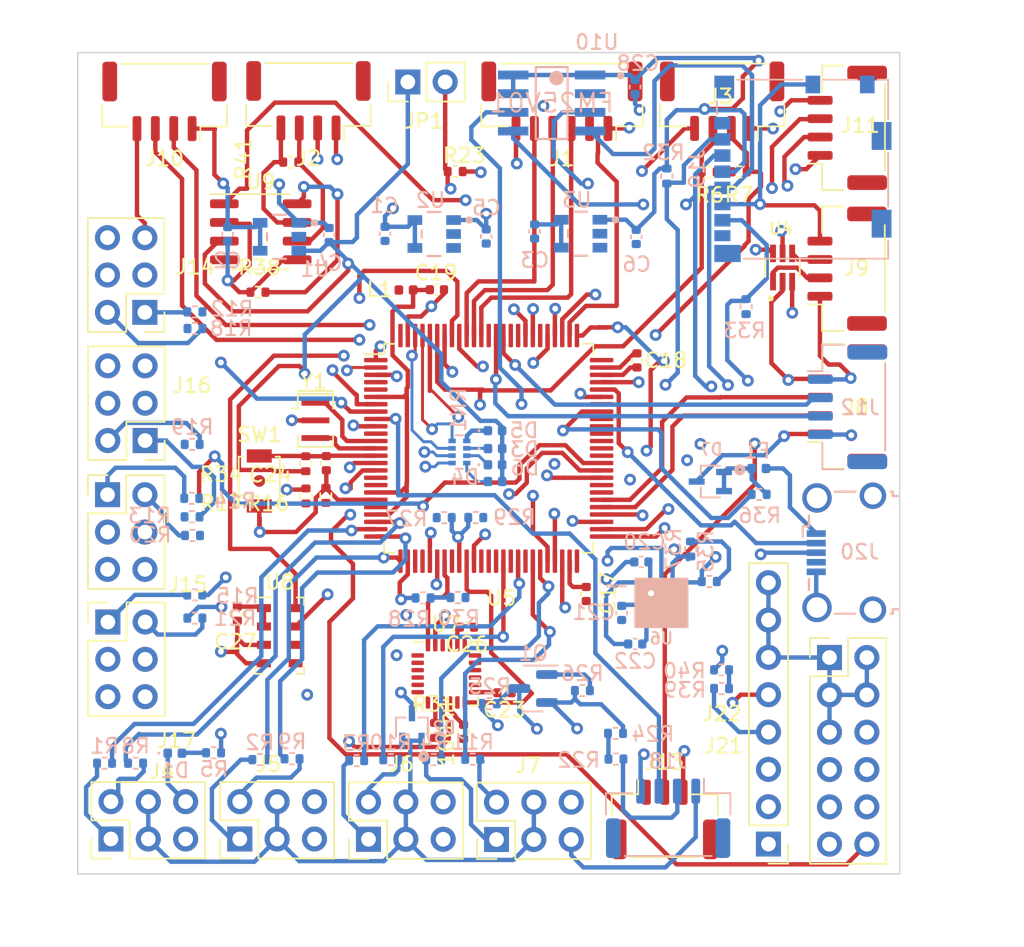
<source format=kicad_pcb>
(kicad_pcb (version 20211014) (generator pcbnew)
  (layers (0 "F.Cu" signal) (1 "In1.Cu" power) (2 "In2.Cu" power) (31 "B.Cu" signal) (34 "B.Paste" user) (35 "F.Paste" user) (36 "B.SilkS" user "B.Silkscreen") (37 "F.SilkS" user "F.Silkscreen") (38 "B.Mask" user) (39 "F.Mask" user) (44 "Edge.Cuts" user))
  (net 0 "")
  (net 1 "SERVO_POWER")
  (net 2 "Net-(100n1-Pad2)")
  (net 3 "+5V")
  (net 4 "VCC_1")
  (net 5 "VCC_2")
  (net 6 "VCC_3")
  (net 7 "Net-(C17-Pad2)")
  (net 8 "Net-(C18-Pad2)")
  (net 9 "Net-(C19-Pad1)")
  (net 10 "Net-(C21-Pad1)")
  (net 11 "Net-(C22-Pad1)")
  (net 12 "Net-(C22-Pad2)")
  (net 13 "NRST")
  (net 14 "Net-(C26-Pad2)")
  (net 15 "Net-(D1-Pad2)")
  (net 16 "Net-(D3-Pad1)")
  (net 17 "Net-(D4-Pad1)")
  (net 18 "Net-(D5-Pad1)")
  (net 19 "Net-(D6-Pad1)")
  (net 20 "Net-(D7-Pad1)")
  (net 21 "Net-(F1-Pad2)")
  (net 22 "SPI3_CS")
  (net 23 "SPI3_SCK")
  (net 24 "SPI3_MISO")
  (net 25 "SPI3_MOSI")
  (net 26 "CANL")
  (net 27 "CANH")
  (net 28 "I2C1_SDA")
  (net 29 "I2C1_SCL")
  (net 30 "Net-(J4-Pad1)")
  (net 31 "Net-(J4-Pad2)")
  (net 32 "Net-(J5-Pad1)")
  (net 33 "Net-(J5-Pad2)")
  (net 34 "Net-(J6-Pad1)")
  (net 35 "Net-(J6-Pad2)")
  (net 36 "Net-(J7-Pad1)")
  (net 37 "Net-(J7-Pad2)")
  (net 38 "GPS_TX")
  (net 39 "GPS_RX")
  (net 40 "Net-(J9-Pad2)")
  (net 41 "Net-(J9-Pad3)")
  (net 42 "P_TX")
  (net 43 "P_RX")
  (net 44 "USART5_TX")
  (net 45 "USART5_RX")
  (net 46 "TEL_TX")
  (net 47 "TEL_RX")
  (net 48 "RST")
  (net 49 "SWDIO")
  (net 50 "SWCLK")
  (net 51 "Net-(J14-Pad1)")
  (net 52 "Net-(J14-Pad2)")
  (net 53 "Net-(J15-Pad1)")
  (net 54 "Net-(J15-Pad2)")
  (net 55 "Net-(J16-Pad1)")
  (net 56 "Net-(J16-Pad2)")
  (net 57 "Net-(J17-Pad1)")
  (net 58 "Net-(J17-Pad2)")
  (net 59 "Net-(J18-Pad2)")
  (net 60 "TRIGGER")
  (net 62 "CS_SD")
  (net 63 "SPI2_MOSI")
  (net 64 "SPI2_SCK")
  (net 65 "SPI2_MISO")
  (net 67 "PA12")
  (net 68 "PA11")
  (net 70 "Net-(J21-Pad1)")
  (net 71 "BUZZER")
  (net 72 "G1")
  (net 73 "G2")
  (net 74 "G3")
  (net 75 "SPEED")
  (net 76 "RSSI")
  (net 77 "Net-(J22-Pad4)")
  (net 78 "V_IN")
  (net 79 "BOOT")
  (net 80 "PE5")
  (net 81 "MOTOR_2")
  (net 82 "MOTOR_4")
  (net 83 "MOTOR_6")
  (net 84 "MOTOR_8")
  (net 85 "MOTOR_1")
  (net 86 "MOTOR_3")
  (net 87 "MOTOR_5")
  (net 88 "MOTOR_7")
  (net 89 "IN_T8_4")
  (net 90 "IN_T8_1")
  (net 91 "IN_T4_3")
  (net 92 "IN_T4_1")
  (net 93 "Net-(R16-Pad2)")
  (net 94 "IN_T8_3")
  (net 95 "IN_T8_2")
  (net 96 "IN_T4_4")
  (net 97 "IN_T4_2")
  (net 98 "ECHO")
  (net 99 "POWER_SERVO_SENCE")
  (net 100 "POWER_SENCE")
  (net 101 "PA4")
  (net 102 "PB10")
  (net 103 "PA9")
  (net 104 "PB11")
  (net 105 "Net-(R38-Pad1)")
  (net 106 "CURR")
  (net 107 "PE3")
  (net 108 "PE2")
  (net 109 "PE1")
  (net 110 "PE0")
  (net 111 "USART4_TX")
  (net 112 "USART4_RX")
  (net 113 "Net-(U5-Pad12)")
  (net 114 "Net-(U5-Pad13)")
  (net 115 "L_1 inter.")
  (net 116 "PA5")
  (net 117 "PA6")
  (net 118 "PA7")
  (net 119 "INT_MPU")
  (net 120 "INT_MAG")
  (net 125 "SPI2_CS")
  (net 128 "IN_TB_1")
  (net 129 "IN_TB_2")
  (net 130 "IN_TB_3")
  (net 131 "IN_TB_4")
  (net 134 "CAN1_RX")
  (net 135 "CAN1_TX")
  (net 136 "TEL_CTS")
  (net 137 "TEL_RTS")
  (net 142 "GND")
  (net 143 "CBYD")
  (footprint "Capacitor_SMD:C_0402_1005Metric" (layer "F.Cu") (at 161.57 108.46 90)
    (fp_text reference "C17")
    (fp_text value "C")
  )
  (footprint "Connector_JST:JST_GH_SM04B-GHS-TB_1x04-1MP_P1.25mm_Horizontal" (layer "F.Cu") (at 179.31 86.33 90)
    (fp_text reference "J9")
    (fp_text value "Conn_01x04_Male")
  )
  (footprint "Sensor_Motion:InvenSense_QFN-24_4x4mm_P0.5mm" (layer "F.Cu") (at 152.06 113.89)
    (fp_text reference "U7")
    (fp_text value "MPU-6000")
  )
  (footprint "Connector_JST:JST_GH_SM03B-GHS-TB_1x03-1MP_P1.25mm_Horizontal" (layer "F.Cu") (at 166.91 123.8)
    (fp_text reference "J13")
    (fp_text value "Conn_01x03_Male")
  )
  (footprint "Connector_PinHeader_2.54mm:PinHeader_2x03_P2.54mm_Vertical" (layer "F.Cu") (at 131.58 98.02 180)
    (fp_text reference "J15")
    (fp_text value "Conn_02x03_Odd_Even")
  )
  (footprint "Connector_JST:JST_GH_SM04B-GHS-TB_1x04-1MP_P1.25mm_Horizontal" (layer "F.Cu") (at 179.32 95.7 90)
    (fp_text reference "J8")
    (fp_text value "Conn_01x04_Male")
  )
  (footprint "Capacitor_SMD:C_0402_1005Metric" (layer "F.Cu") (at 153.23 117.84 90)
    (fp_text reference "100n1")
    (fp_text value "C")
  )
  (footprint "Connector_PinHeader_2.54mm:PinHeader_2x03_P2.54mm_Vertical" (layer "F.Cu") (at 155.47 125.16 90)
    (fp_text reference "J7")
    (fp_text value "Conn_02x03_Odd_Even")
  )
  (footprint "Connector_PinHeader_2.54mm:PinHeader_1x02_P2.54mm_Vertical" (layer "F.Cu") (at 149.44 73.63 90)
    (fp_text reference "JP1")
    (fp_text value "Solder Jumper")
  )
  (footprint "Connector_PinHeader_2.54mm:PinHeader_2x03_P2.54mm_Vertical" (layer "F.Cu") (at 129.045 110.365)
    (fp_text reference "J17")
    (fp_text value "Conn_02x03_Odd_Even")
  )
  (footprint "Connector_PinHeader_2.54mm:PinHeader_2x03_P2.54mm_Vertical" (layer "F.Cu") (at 138.015 125.125 90)
    (fp_text reference "J5")
    (fp_text value "Conn_02x03_Odd_Even")
  )
  (footprint "Connector_JST:JST_GH_SM04B-GHS-TB_1x04-1MP_P1.25mm_Horizontal" (layer "F.Cu") (at 142.685 74.91 180)
    (fp_text reference "J2")
    (fp_text value "Conn_01x04_Male")
  )
  (footprint "Crystal:Resonator_SMD_Murata_CSTxExxV-3Pin_3.0x1.1mm" (layer "F.Cu") (at 143.16 96.65 -90)
    (fp_text reference "Y1")
    (fp_text value "Resonator")
  )
  (footprint "Package_LGA:LGA-8_3x5mm_P1.25mm" (layer "F.Cu") (at 140.735 111.295)
    (fp_text reference "U8")
    (fp_text value "MS5611-01BA")
  )
  (footprint "Connector_PinHeader_2.54mm:PinHeader_2x03_P2.54mm_Vertical" (layer "F.Cu") (at 129.025 101.705)
    (fp_text reference "J16")
    (fp_text value "Conn_02x03_Odd_Even")
  )
  (footprint "Package_QFP:LQFP-100_14x14mm_P0.5mm" (layer "F.Cu") (at 154.94 98.552)
    (fp_text reference "U5")
    (fp_text value "STM32F407VGTx")
  )
  (footprint "Connector_PinHeader_2.54mm:PinHeader_1x08_P2.54mm_Vertical" (layer "F.Cu") (at 173.96 125.47 180)
    (fp_text reference "J22")
    (fp_text value "Conn_01x08_Male")
  )
  (footprint "Inductor_SMD:L_0402_1005Metric" (layer "F.Cu") (at 149.315 87.78)
    (fp_text reference "L1")
    (fp_text value "INDUCTOR (L_1)")
  )
  (footprint "Connector_PinHeader_2.54mm:PinHeader_2x06_P2.54mm_Vertical" (layer "F.Cu") (at 178.11 112.78)
    (fp_text reference "J21")
    (fp_text value "Conn_02x06_Counter_Clockwise")
  )
  (footprint "Capacitor_SMD:C_0402_1005Metric" (layer "F.Cu") (at 156.01 115.18 180)
    (fp_text reference "C23")
    (fp_text value "100n" hide)
  )
  (footprint "Connector_PinHeader_2.54mm:PinHeader_2x03_P2.54mm_Vertical" (layer "F.Cu") (at 129.255 125.125 90)
    (fp_text reference "J4")
    (fp_text value "Conn_02x03_Odd_Even")
  )
  (footprint "Connector_PinHeader_2.54mm:PinHeader_2x03_P2.54mm_Vertical" (layer "F.Cu") (at 131.56 89.3 180)
    (fp_text reference "J14")
    (fp_text value "Conn_02x03_Odd_Even")
  )
  (footprint "Button_Switch_SMD:SW_SPST_B3U-1000P-B" (layer "F.Cu") (at 139.34 100.77 90)
    (fp_text reference "SW1")
    (fp_text value "SW_MEC_5G")
  )
  (footprint "Module:SOT65P210X110-6N" (layer "F.Cu") (at 174.92 86.25 90)
    (fp_text reference "U4")
    (fp_text value "74LVC2GU04")
  )
  (footprint "Connector_JST:JST_GH_SM04B-GHS-TB_1x04-1MP_P1.25mm_Horizontal" (layer "F.Cu") (at 179.32 76.75 90)
    (fp_text reference "J11")
    (fp_text value "Conn_01x04_Male")
  )
  (footprint "Capacitor_SMD:C_0402_1005Metric" (layer "F.Cu") (at 137.85 109.8 -90)
    (fp_text reference "C27")
    (fp_text value "C")
  )
  (footprint "Resistor_SMD:R_0402_1005Metric" (layer "F.Cu") (at 142.5 99.6 90)
    (fp_text reference "R34")
    (fp_text value "R")
  )
  (footprint "Capacitor_SMD:C_0402_1005Metric" (layer "F.Cu") (at 165.02 92.57 -90)
    (fp_text reference "C18")
    (fp_text value "C")
  )
  (footprint "Resistor_SMD:R_0402_1005Metric" (layer "F.Cu") (at 151.27 117.74 90)
    (fp_text reference "R31")
    (fp_text value "10K")
  )
  (footprint "Package_SO:SOIC-8_3.9x4.9mm_P1.27mm" (layer "F.Cu") (at 139.44 83.82)
    (fp_text reference "U9")
    (fp_text value "MAX3051")
  )
  (footprint "Resistor_SMD:R_0402_1005Metric" (layer "F.Cu") (at 141.48 79.08)
    (fp_text reference "R41")
    (fp_text value "10k")
  )
  (footprint "Capacitor_SMD:C_0402_1005Metric" (layer "F.Cu") (at 153.46 110.72 180)
    (fp_text reference "C26")
    (fp_text value "100n")
  )
  (footprint "Resistor_SMD:R_0402_1005Metric" (layer "F.Cu") (at 143.87 101.75 -90)
    (fp_text reference "R16")
    (fp_text value "10k")
  )
  (footprint "Resistor_SMD:R_0402_1005Metric" (layer "F.Cu") (at 169.93 79.75 180)
    (fp_text reference "R6")
    (fp_text value "R")
  )
  (footprint "Connector_PinHeader_2.54mm:PinHeader_2x03_P2.54mm_Vertical" (layer "F.Cu") (at 146.765 125.145 90)
    (fp_text reference "J6")
    (fp_text value "Conn_02x03_Odd_Even")
  )
  (footprint "Connector_JST:JST_GH_SM06B-GHS-TB_1x06-1MP_P1.25mm_Horizontal" (layer "F.Cu") (at 159.92 74.94 180)
    (fp_text reference "J1")
    (fp_text value "Conn_01x06_Male")
  )
  (footprint "Resistor_SMD:R_0402_1005Metric" (layer "F.Cu") (at 142.51 101.79 -90)
    (fp_text reference "R17")
    (fp_text value "10k")
  )
  (footprint "Resistor_SMD:R_0402_1005Metric" (layer "F.Cu") (at 152.66 79.72 180)
    (fp_text reference "R23")
    (fp_text value "10K")
  )
  (footprint "Connector_JST:JST_GH_SM04B-GHS-TB_1x04-1MP_P1.25mm_Horizontal" (layer "F.Cu") (at 132.9 74.95 180)
    (fp_text reference "J10")
    (fp_text value "Conn_01x04_Male")
  )
  (footprint "Capacitor_SMD:C_0402_1005Metric" (layer "F.Cu") (at 151.42 87.76)
    (fp_text reference "C19")
    (fp_text value "C_Small")
  )
  (footprint "Capacitor_SMD:C_0402_1005Metric" (layer "F.Cu") (at 143.9 99.56 -90)
    (fp_text reference "C24")
    (fp_text value "C_Small")
  )
  (footprint "Resistor_SMD:R_0402_1005Metric" (layer "F.Cu") (at 139.25 87.93 180)
    (fp_text reference "R38")
    (fp_text value "10k")
  )
  (footprint "Resistor_SMD:R_0402_1005Metric" (layer "F.Cu") (at 171.97 79.74)
    (fp_text reference "R7")
    (fp_text value "R")
  )
  (footprint "Connector_JST:JST_GH_SM04B-GHS-TB_1x04-1MP_P1.25mm_Horizontal" (layer "F.Cu") (at 170.81 74.94 180)
    (fp_text reference "J3")
    (fp_text value "Conn_01x04_Male")
  )
  (footprint "Capacitor_SMD:C_0402_1005Metric" (layer "B.Cu") (at 163.98 109.75 -90)
    (fp_text reference "C21")
    (fp_text value "C" hide)
  )
  (footprint "Resistor_SMD:R_0402_1005Metric" (layer "B.Cu") (at 139.38 119.73 180)
    (fp_text reference "R2")
    (fp_text value "100E" hide)
  )
  (footprint "LED_SMD:LED_0402_1005Metric" (layer "B.Cu") (at 155.3725 98.57)
    (fp_text reference "D3")
    (fp_text value "LED" hide)
  )
  (footprint "Module:HMC5983-TR" (layer "B.Cu") (at 166.68 108.94 180)
    (fp_text reference "U6")
    (fp_text value "HMC5983")
  )
  (footprint "Capacitor_SMD:C_0402_1005Metric" (layer "B.Cu") (at 158.06 83.8 -90)
    (fp_text reference "C3")
    (fp_text value "1uF" hide)
  )
  (footprint "Resistor_SMD:R_0402_1005Metric" (layer "B.Cu") (at 153.85 119.7 180)
    (fp_text reference "R11")
    (fp_text value "100E" hide)
  )
  (footprint "Resistor_SMD:R_0402_1005Metric" (layer "B.Cu") (at 130.93 119.97 180)
    (fp_text reference "R8")
    (fp_text value "100E" hide)
  )
  (footprint "Resistor_SMD:R_0402_1005Metric" (layer "B.Cu") (at 128.82 119.97 180)
    (fp_text reference "R1")
    (fp_text value "100E" hide)
  )
  (footprint "Resistor_SMD:R_0402_1005Metric" (layer "B.Cu") (at 134.78 98.28 180)
    (fp_text reference "R19")
    (fp_text value "100E" hide)
  )
  (footprint "LED_SMD:LED_0402_1005Metric" (layer "B.Cu") (at 155.3725 100.81)
    (fp_text reference "D4")
    (fp_text value "LED" hide)
  )
  (footprint "Connector_JST:JST_GH_SM04B-GHS-TB_1x04-1MP_P1.25mm_Horizontal" (layer "B.Cu") (at 167.14 123.72 180)
    (fp_text reference "J18")
    (fp_text value "Conn_01x04_Male" hide)
  )
  (footprint "LED_SMD:LED_0402_1005Metric" (layer "B.Cu") (at 155.3675 97.35)
    (fp_text reference "D5")
    (fp_text value "LED" hide)
  )
  (footprint "Capacitor_SMD:C_0402_1005Metric" (layer "B.Cu") (at 137.19 83.98 -90)
    (fp_text reference "C2")
    (fp_text value "1uF" hide)
  )
  (footprint "Resistor_SMD:R_0402_1005Metric" (layer "B.Cu") (at 170.77 113.62 180)
    (fp_text reference "R40")
    (fp_text value "10k" hide)
  )
  (footprint "Resistor_SMD:R_0402_1005Metric" (layer "B.Cu") (at 163.56 117.94 180)
    (fp_text reference "R24")
    (fp_text value "15K" hide)
  )
  (footprint "Capacitor_SMD:C_0402_1005Metric" (layer "B.Cu") (at 147.89 83.96 -90)
    (fp_text reference "C1")
    (fp_text value "1uF" hide)
  )
  (footprint "Resistor_SMD:R_0402_1005Metric" (layer "B.Cu") (at 173.33 101.68 180)
    (fp_text reference "R36")
    (fp_text value "R" hide)
  )
  (footprint "Resistor_SMD:R_0402_1005Metric" (layer "B.Cu") (at 172.44 88.91 -90)
    (fp_text reference "R33")
    (fp_text value "R" hide)
  )
  (footprint "Resistor_SMD:R_0402_1005Metric" (layer "B.Cu") (at 148.28 119.73 180)
    (fp_text reference "R10")
    (fp_text value "100E" hide)
  )
  (footprint "Resistor_SMD:R_0402_1005Metric" (layer "B.Cu") (at 134.95 108.52 180)
    (fp_text reference "R15")
    (fp_text value "100E" hide)
  )
  (footprint "Resistor_SMD:R_0402_1005Metric" (layer "B.Cu") (at 161.31 115.03 180)
    (fp_text reference "R26")
    (fp_text value "1K" hide)
  )
  (footprint "LED_SMD:LED_0402_1005Metric" (layer "B.Cu") (at 155.3675 99.67)
    (fp_text reference "D6")
    (fp_text value "LED" hide)
  )
  (footprint "Module:Cypress_Semiconductor-51-85066-0-H-IPC_A" (layer "B.Cu") (at 159.22 75.06 180)
    (fp_text reference "U10")
    (fp_text value "FM25V01")
  )
  (footprint "Capacitor_SMD:C_0402_1005Metric" (layer "B.Cu") (at 164.9 111.86)
    (fp_text reference "C22")
    (fp_text value "C" hide)
  )
  (footprint "Capacitor_SMD:C_0402_1005Metric" (layer "B.Cu") (at 164.97 84.17 -90)
    (fp_text reference "C6")
    (fp_text value "2.2uF" hide)
  )
  (footprint "Resistor_SMD:R_0402_1005Metric" (layer "B.Cu") (at 168.67 105.4 -90)
    (fp_text reference "R37")
    (fp_text value "R" hide)
  )
  (footprint "Package_TO_SOT_SMD:SOT-23" (layer "B.Cu") (at 157.96 114.89 180)
    (fp_text reference "Q1")
    (fp_text value "BSS123" hide)
  )
  (footprint "Resistor_SMD:R_0402_1005Metric" (layer "B.Cu") (at 134.96 89.27 180)
    (fp_text reference "R12")
    (fp_text value "100E" hide)
  )
  (footprint "Resistor_SMD:R_0402_1005Metric" (layer "B.Cu") (at 134.8 104.48)
    (fp_text reference "R20")
    (fp_text value "100E" hide)
  )
  (footprint "Fuse:Fuse_0402_1005Metric" (layer "B.Cu") (at 173.305 99.92)
    (fp_text reference "F1")
    (fp_text value "500mA" hide)
  )
  (footprint "Resistor_SMD:R_0402_1005Metric" (layer "B.Cu") (at 167.05 80.03 -90)
    (fp_text reference "R32")
    (fp_text value "R" hide)
  )
  (footprint "Resistor_SMD:R_0402_1005Metric" (layer "B.Cu") (at 151.2 119.73 180)
    (fp_text reference "R4")
    (fp_text value "100E" hide)
  )
  (footprint "Resistor_SMD:R_0402_1005Metric" (layer "B.Cu") (at 169.94 107.61 180)
    (fp_text reference "R35")
    (fp_text value "R" hide)
  )
  (footprint "Resistor_SMD:R_0402_1005Metric" (layer "B.Cu") (at 151.915 103.265)
    (fp_text reference "R27")
    (fp_text value "10K" hide)
  )
  (footprint "eec:Microchip-SOT23-5LD-PL-1-0-0-MFG" (layer "B.Cu") (at 151.235 83.97 180)
    (fp_text reference "U2")
    (fp_text value "MIC5233-33" hide)
  )
  (footprint "Resistor_SMD:R_0402_1005Metric" (layer "B.Cu") (at 152.85 108.7 180)
    (fp_text reference "R30")
    (fp_text value "10K" hide)
  )
  (footprint "Capacitor_SMD:C_0402_1005Metric" (layer "B.Cu") (at 164.89 73.97 -90)
    (fp_text reference "C28")
    (fp_text value "100n" hide)
  )
  (footprint "Resistor_SMD:R_0402_1005Metric" (layer "B.Cu") (at 154.06 103.26 180)
    (fp_text reference "R29")
    (fp_text value "10K" hide)
  )
  (footprint "Resistor_SMD:R_0402_1005Metric" (layer "B.Cu") (at 134.97 90.4 180)
    (fp_text reference "R18")
    (fp_text value "100E" hide)
  )
  (footprint "Diode_SMD:SOT65P205X100-3N" (layer "B.Cu") (at 149.72 117.51 90)
    (fp_text reference "D2")
    (fp_text value "Dual_Diode" hide)
  )
  (footprint "Capacitor_SMD:C_0402_1005Metric" (layer "B.Cu") (at 154.77 84.14 -90)
    (fp_text reference "C5")
    (fp_text value "2.2uF" hide)
  )
  (footprint "Resistor_SMD:R_0402_1005Metric" (layer "B.Cu") (at 150.48 108.73)
    (fp_text reference "R28")
    (fp_text value "10K" hide)
  )
  (footprint "Resistor_SMD:R_0402_1005Metric" (layer "B.Cu") (at 136.23375 119.26 180)
    (fp_text reference "R5")
    (fp_text value "560E" hide)
  )
  (footprint "Connector_Card:microSD_HC_Molex_104031-0811" (layer "B.Cu") (at 176.2775 79.54 -90)
    (fp_text reference "J19")
    (fp_text value "Micro_SD_Card")
  )
  (footprint "Resistor_SMD:R_0402_1005Metric" (layer "B.Cu") (at 154.98 115.92)
    (fp_text reference "R25")
    (fp_text value "10K" hide)
  )
  (footprint "Resistor_SMD:R_0402_1005Metric" (layer "B.Cu") (at 170.77 114.89 180)
    (fp_text reference "R39")
    (fp_text value "10k" hide)
  )
  (footprint "Resistor_SMD:R_0402_1005Metric" (layer "B.Cu") (at 134.75 101.95 180)
    (fp_text reference "R14")
    (fp_text value "100E" hide)
  )
  (footprint "eec:Microchip-SOT23-5LD-PL-1-0-0-MFG" (layer "B.Cu") (at 140.715 84.16 180)
    (fp_text reference "U1")
    (fp_text value "MIC5233-33" hide)
  )
  (footprint "Resistor_SMD:R_0402_1005Metric" (layer "B.Cu") (at 141.57 119.67 180)
    (fp_text reference "R9")
    (fp_text value "100E" hide)
  )
  (footprint "Capacitor_SMD:C_0402_1005Metric" (layer "B.Cu") (at 165.32 106.28 180)
    (fp_text reference "C20")
    (fp_text value "C" hide)
  )
  (footprint "Capacitor_SMD:C_0402_1005Metric" (layer "B.Cu") (at 144.09 84.04 90)
    (fp_text reference "C4")
    (fp_text value "2.2uF" hide)
  )
  (footprint "Connector_USB:USB_Micro-B_Wuerth_629105150521_CircularHoles" (layer "B.Cu") (at 179.11 105.65 -90)
    (fp_text reference "J20")
    (fp_text value "USB_B_Micro" hide)
  )
  (footprint "Resistor_SMD:R_0402_1005Metric" (layer "B.Cu") (at 145.96 119.79 180)
    (fp_text reference "R3")
    (fp_text value "100E" hide)
  )
  (footprint "Resistor_SMD:R_0402_1005Metric" (layer "B.Cu") (at 134.77 103.21)
    (fp_text reference "R13")
    (fp_text value "100E" hide)
  )
  (footprint "Resistor_SMD:R_0402_1005Metric" (layer "B.Cu") (at 163.59 119.69 180)
    (fp_text reference "R22")
    (fp_text value "R" hide)
  )
  (footprint "eec:Microchip-SOT23-5LD-PL-1-0-0-MFG" (layer "B.Cu") (at 161.185 83.95 180)
    (fp_text reference "U3")
    (fp_text value "MIC5233-33" hide)
  )
  (footprint "LED_SMD:LED_0402_1005Metric" (layer "B.Cu") (at 133.60125 119.29)
    (fp_text reference "D1")
    (fp_text value "LED" hide)
  )
  (footprint "Resistor_SMD:R_Array_Concave_4x0402" (layer "B.Cu") (at 152.95 98.8)
    (fp_text reference "RN1")
    (fp_text value "330E" hide)
  )
  (footprint "Resistor_SMD:R_0402_1005Metric" (layer "B.Cu") (at 134.96 110.1 180)
    (fp_text reference "R21")
    (fp_text value "100E" hide)
  )
  (footprint "Diode_SMD:SOT65P205X100-3N" (layer "B.Cu") (at 170.01 100.81 180)
    (fp_text reference "D7")
    (fp_text value "Dual_Diode" hide)
  )
  (footprint "Connector_JST:JST_GH_SM04B-GHS-TB_1x04-1MP_P1.25mm_Horizontal" (layer "B.Cu") (at 179.34 95.74 -90)
    (fp_text reference "J12")
    (fp_text value "Conn_01x04_Male" hide)
  )
  (gr_rect (start 127 71.628) (end 182.88 127.508) (layer "Edge.Cuts") (width 0.1) (fill none))
  (segment (start 140.555 125.125) (end 139.01 126.67) (width 0.3) (layer "B.Cu") (net 1))
  (segment (start 158.01 122.62) (end 158.01 125.16) (width 0.3) (layer "B.Cu") (net 1))
  (segment (start 133.34 126.67) (end 139.01 126.67) (width 0.3) (layer "B.Cu") (net 1))
  (segment (start 147.82 126.63) (end 142.06 126.63) (width 0.3) (layer "B.Cu") (net 1))
  (segment (start 149.7 122.21) (end 149.305 122.605) (width 0.3) (layer "B.Cu") (net 1))
  (segment (start 131.795 125.125) (end 133.34 126.67) (width 0.3) (layer "B.Cu") (net 1))
  (segment (start 149.61 118.44) (end 149.61 122.3) (width 0.3) (layer "B.Cu") (net 1))
  (segment (start 140.555 125.125) (end 140.555 122.585) (width 0.3) (layer "B.Cu") (net 1))
  (segment (start 149.07 118.44) (end 149.61 118.44) (width 0.3) (layer "B.Cu") (net 1))
  (segment (start 150.71 126.55) (end 149.305 125.145) (width 0.3) (layer "B.Cu") (net 1))
  (segment (start 149.305 122.605) (end 149.71952 122.19048) (width 0.3) (layer "B.Cu") (net 1))
  (segment (start 158.01 125.16) (end 156.62 126.55) (width 0.3) (layer "B.Cu") (net 1))
  (segment (start 156.62 126.55) (end 150.71 126.55) (width 0.3) (layer "B.Cu") (net 1))
  (segment (start 149.61 122.3) (end 149.305 122.605) (width 0.3) (layer "B.Cu") (net 1))
  (segment (start 149.61 118.44) (end 150.37 118.44) (width 0.3) (layer "B.Cu") (net 1))
  (segment (start 131.795 125.125) (end 131.795 122.585) (width 0.3) (layer "B.Cu") (net 1))
  (segment (start 149.305 125.145) (end 149.305 122.605) (width 0.3) (layer "B.Cu") (net 1))
  (segment (start 149.305 125.145) (end 147.82 126.63) (width 0.3) (layer "B.Cu") (net 1))
  (segment (start 142.06 126.63) (end 140.555 125.125) (width 0.3) (layer "B.Cu") (net 1))
  (segment (start 152.31 116.365361) (end 152.31 115.84) (width 0.3) (layer "F.Cu") (net 2))
  (segment (start 152.664639 116.72) (end 152.31 116.365361) (width 0.3) (layer "F.Cu") (net 2))
  (segment (start 152.664639 116.72) (end 152.664639 116.794639) (width 0.3) (layer "F.Cu") (net 2))
  (segment (start 152.664639 116.794639) (end 153.23 117.36) (width 0.3) (layer "F.Cu") (net 2))
  (segment (start 153.23 117.36) (end 153.23 117.285361) (width 0.3) (layer "F.Cu") (net 2))
  (segment (start 136.29 76.8) (end 136.29 79.93) (width 0.3) (layer "F.Cu") (net 3))
  (segment (start 143.31 76.76) (end 143.31 78.9) (width 0.3) (layer "F.Cu") (net 3))
  (segment (start 175.165 97.575) (end 175.02 97.72) (width 0.3) (layer "F.Cu") (net 3))
  (segment (start 136.29 79.93) (end 136.89 80.53) (width 0.3) (layer "F.Cu") (net 3))
  (segment (start 174.26 76.79) (end 174.27 76.8) (width 0.3) (layer "F.Cu") (net 3))
  (segment (start 177.47 97.575) (end 175.165 97.575) (width 0.3) (layer "F.Cu") (net 3))
  (segment (start 178.81 92.85) (end 179.55 93.59) (width 0.3) (layer "F.Cu") (net 3))
  (segment (start 172.685 76.79) (end 174.26 76.79) (width 0.3) (layer "F.Cu") (net 3))
  (segment (start 163.045 76.79) (end 164.45 76.79) (width 0.3) (layer "F.Cu") (net 3))
  (segment (start 179.55 93.59) (end 179.55 93.77) (width 0.3) (layer "F.Cu") (net 3))
  (segment (start 164.45 76.79) (end 164.5 76.74) (width 0.3) (layer "F.Cu") (net 3))
  (segment (start 134.775 76.8) (end 136.29 76.8) (width 0.3) (layer "F.Cu") (net 3))
  (segment (start 177.47 78.625) (end 176.535 79.56) (width 0.3) (layer "F.Cu") (net 3))
  (segment (start 178.051427 92.85) (end 178.81 92.85) (width 0.3) (layer "F.Cu") (net 3))
  (segment (start 176.535 79.56) (end 175.7995 79.56) (width 0.3) (layer "F.Cu") (net 3))
  (segment (start 177.46 92.258573) (end 178.051427 92.85) (width 0.3) (layer "F.Cu") (net 3))
  (segment (start 177.46 88.205) (end 177.46 92.258573) (width 0.3) (layer "F.Cu") (net 3))
  (segment (start 136.29 76.8) (end 136.33 76.84) (width 0.3) (layer "F.Cu") (net 3))
  (via (at 175.02 97.72) (size 0.8) (drill 0.4) (layers "F.Cu" "B.Cu") (net 3))
  (via (at 136.73 117.96) (size 0.8) (drill 0.4) (layers "F.Cu" "B.Cu") (net 3))
  (via (at 179.55 93.77) (size 0.8) (drill 0.4) (layers "F.Cu" "B.Cu") (net 3))
  (via (at 136.89 80.53) (size 0.8) (drill 0.4) (layers "F.Cu" "B.Cu") (net 3))
  (via (at 158.66 75.26) (size 0.8) (drill 0.4) (layers "F.Cu" "B.Cu") (net 3))
  (via (at 174.27 76.8) (size 0.8) (drill 0.4) (layers "F.Cu" "B.Cu") (net 3))
  (via (at 143.31 78.9) (size 0.8) (drill 0.4) (layers "F.Cu" "B.Cu") (net 3))
  (via (at 175.7995 79.56) (size 0.8) (drill 0.4) (layers "F.Cu" "B.Cu") (net 3))
  (via (at 148.43 82.22) (size 0.8) (drill 0.4) (layers "F.Cu" "B.Cu") (net 3))
  (via (at 165.49 119.36) (size 0.8) (drill 0.4) (layers "F.Cu" "B.Cu") (net 3))
  (via (at 164.5 76.74) (size 0.8) (drill 0.4) (layers "F.Cu" "B.Cu") (net 3))
  (via (at 155.56 117.39) (size 0.8) (drill 0.4) (layers "F.Cu" "B.Cu") (net 3))
  (via (at 148.97 115.16) (size 0.8) (drill 0.4) (layers "F.Cu" "B.Cu") (net 3))
  (segment (start 147.89 83.48) (end 149.46 83.48) (width 0.3) (layer "B.Cu") (net 3))
  (segment (start 154.47 116.3) (end 155.56 117.39) (width 0.3) (layer "B.Cu") (net 3))
  (segment (start 137.19 83.5) (end 137.19 80.83) (width 0.3) (layer "B.Cu") (net 3))
  (segment (start 136.74375 119.26) (end 136.74375 117.97375) (width 0.3) (layer "B.Cu") (net 3))
  (segment (start 173.72 99.02) (end 170.83 99.02) (width 0.3) (layer "B.Cu") (net 3))
  (segment (start 139.4 83.21) (end 139.4 85.11) (width 0.3) (layer "B.Cu") (net 3))
  (segment (start 175.02 97.72) (end 173.72 99.02) (width 0.3) (layer "B.Cu") (net 3))
  (segment (start 149.92 83.02) (end 149.92 84.92) (width 0.3) (layer "B.Cu") (net 3))
  (segment (start 179.455 93.865) (end 179.55 93.77) (width 0.3) (layer "B.Cu") (net 3))
  (segment (start 147.89 82.76) (end 148.43 82.22) (width 0.3) (layer "B.Cu") (net 3))
  (segment (start 170.83 99.02) (end 169.08 100.77) (width 0.3) (layer "B.Cu") (net 3))
  (segment (start 137.19 83.5) (end 139.11 83.5) (width 0.3) (layer "B.Cu") (net 3))
  (segment (start 158.06 83.32) (end 159.55 83.32) (width 0.3) (layer "B.Cu") (net 3))
  (segment (start 139.11 83.5) (end 139.4 83.21) (width 0.3) (layer "B.Cu") (net 3))
  (segment (start 177.49 93.865) (end 179.455 93.865) (width 0.3) (layer "B.Cu") (net 3))
  (segment (start 154.47 115.92) (end 154.47 116.3) (width 0.3) (layer "B.Cu") (net 3))
  (segment (start 149.72 116.58) (end 149.72 115.91) (width 0.3) (layer "B.Cu") (net 3))
  (segment (start 137.19 80.83) (end 136.89 80.53) (width 0.3) (layer "B.Cu") (net 3))
  (segment (start 149.46 83.48) (end 149.92 83.02) (width 0.3) (layer "B.Cu") (net 3))
  (segment (start 165.265 121.87) (end 165.265 119.585) (width 0.3) (layer "B.Cu") (net 3))
  (segment (start 149.72 115.91) (end 148.97 115.16) (width 0.3) (layer "B.Cu") (net 3))
  (segment (start 147.89 83.48) (end 147.89 82.76) (width 0.3) (layer "B.Cu") (net 3))
  (segment (start 159.87 83) (end 159.87 84.9) (width 0.3) (layer "B.Cu") (net 3))
  (segment (start 136.74375 117.97375) (end 136.73 117.96) (width 0.3) (layer "B.Cu") (net 3))
  (segment (start 169.08 100.77) (end 169.08 100.81) (width 0.3) (layer "B.Cu") (net 3))
  (segment (start 165.265 119.585) (end 165.49 119.36) (width 0.3) (layer "B.Cu") (net 3))
  (segment (start 159.55 83.32) (end 159.87 83) (width 0.3) (layer "B.Cu") (net 3))
  (segment (start 136.553573 84.455) (end 135.64048 85.368093) (width 0.3) (layer "F.Cu") (net 4))
  (segment (start 171.45 79.75) (end 171.46 79.74) (width 0.3) (layer "F.Cu") (net 4))
  (segment (start 137.53 89.23) (end 142.62 89.23) (width 0.3) (layer "F.Cu") (net 4))
  (segment (start 138.04 99.99) (end 137.95 99.9) (width 0.3) (layer "F.Cu") (net 4))
  (segment (start 170.44 79.75) (end 171.45 79.75) (width 0.3) (layer "F.Cu") (net 4))
  (segment (start 174.92 85.29) (end 174.92 83.86) (width 0.3) (layer "F.Cu") (net 4))
  (segment (start 135.64048 85.368093) (end 135.64048 87.34048) (width 0.3) (layer "F.Cu") (net 4))
  (segment (start 140.270489 100.020489) (end 138.070489 100.020489) (width 0.3) (layer "F.Cu") (net 4))
  (segment (start 140.36 100.11) (end 140.34 100.09) (width 0.3) (layer "F.Cu") (net 4))
  (segment (start 137.95 99.9) (end 137.95 99.6) (width 0.3) (layer "F.Cu") (net 4))
  (segment (start 142.07 92.95) (end 142.21 93.09) (width 0.3) (layer "F.Cu") (net 4))
  (segment (start 137.95 95.68) (end 140.68 92.95) (width 0.3) (layer "F.Cu") (net 4))
  (segment (start 137.85 109.32) (end 139.56 109.32) (width 0.3) (layer "F.Cu") (net 4))
  (segment (start 142.5 100.11) (end 140.36 100.11) (width 0.3) (layer "F.Cu") (net 4))
  (segment (start 140.34 100.09) (end 140.270489 100.020489) (width 0.3) (layer "F.Cu") (net 4))
  (segment (start 135.64048 87.34048) (end 137.53 89.23) (width 0.3) (layer "F.Cu") (net 4))
  (segment (start 136.965 84.455) (end 136.553573 84.455) (width 0.3) (layer "F.Cu") (net 4))
  (segment (start 142.43 93.31) (end 142.43 93.47) (width 0.3) (layer "F.Cu") (net 4))
  (segment (start 139.56 109.32) (end 139.66 109.42) (width 0.3) (layer "F.Cu") (net 4))
  (segment (start 142.21 93.09) (end 142.43 93.31) (width 0.3) (layer "F.Cu") (net 4))
  (segment (start 139.66 109.42) (end 139.66 110.67) (width 0.3) (layer "F.Cu") (net 4))
  (segment (start 174.92 83.86) (end 174.82 83.76) (width 0.3) (layer "F.Cu") (net 4))
  (segment (start 138.070489 100.020489) (end 138.04 99.99) (width 0.3) (layer "F.Cu") (net 4))
  (segment (start 140.68 92.95) (end 142.07 92.95) (width 0.3) (layer "F.Cu") (net 4))
  (segment (start 145.38 86.47) (end 145.38 85.98) (width 0.3) (layer "F.Cu") (net 4))
  (segment (start 137.95 99.6) (end 137.95 95.68) (width 0.3) (layer "F.Cu") (net 4))
  (segment (start 142.62 89.23) (end 145.38 86.47) (width 0.3) (layer "F.Cu") (net 4))
  (via (at 145.38 85.98) (size 0.8) (drill 0.4) (layers "F.Cu" "B.Cu") (net 4))
  (via (at 174.82 83.76) (size 0.8) (drill 0.4) (layers "F.Cu" "B.Cu") (net 4))
  (via (at 142.43 93.47) (size 0.8) (drill 0.4) (layers "F.Cu" "B.Cu") (net 4))
  (segment (start 145.98 82.672285) (end 145.98 84.22) (width 0.3) (layer "B.Cu") (net 4))
  (segment (start 144.09 84.52) (end 146.41 86.84) (width 0.3) (layer "B.Cu") (net 4))
  (segment (start 151.720489 92.150489) (end 151.720489 94.020459) (width 0.3) (layer "B.Cu") (net 4))
  (segment (start 145.98 84.22) (end 145.68 84.52) (width 0.3) (layer "B.Cu") (net 4))
  (segment (start 170.77 104.89) (end 171.27 105.39) (width 0.3) (layer "B.Cu") (net 4))
  (segment (start 155.8575 100.81) (end 155.8575 99.675) (width 0.3) (layer "B.Cu") (net 4))
  (segment (start 155.8575 99.665) (end 155.8525 99.67) (width 0.3) (layer "B.Cu") (net 4))
  (segment (start 155.8575 98.57) (end 155.8575 99.665) (width 0.3) (layer "B.Cu") (net 4))
  (segment (start 143.5 85.11) (end 142.03 85.11) (width 0.3) (layer "B.Cu") (net 4))
  (segment (start 146.41 86.84) (end 151.720489 92.150489) (width 0.3) (layer "B.Cu") (net 4))
  (segment (start 142.43 93.47) (end 142.43 90.82) (width 0.3) (layer "B.Cu") (net 4))
  (segment (start 155.8575 99.675) (end 155.8525 99.67) (width 0.3) (layer "B.Cu") (net 4))
  (segment (start 151.720489 94.020459) (end 154.38051 96.68048) (width 0.3) (layer "B.Cu") (net 4))
  (segment (start 155.8525 97.1025) (end 155.8525 97.35) (width 0.3) (layer "B.Cu") (net 4))
  (segment (start 155.8575 97.355) (end 155.8525 97.35) (width 0.3) (layer "B.Cu") (net 4))
  (segment (start 149.44 79.212285) (end 145.98 82.672285) (width 0.3) (layer "B.Cu") (net 4))
  (segment (start 171.27 105.39) (end 171.27 106.79) (width 0.3) (layer "B.Cu") (net 4))
  (segment (start 168.67 104.89) (end 170.77 104.89) (width 0.3) (layer "B.Cu") (net 4))
  (segment (start 155.8575 98.57) (end 155.8575 97.355) (width 0.3) (layer "B.Cu") (net 4))
  (segment (start 144.09 84.52) (end 143.5 85.11) (width 0.3) (layer "B.Cu") (net 4))
  (segment (start 171.27 106.79) (end 170.45 107.61) (width 0.3) (layer "B.Cu") (net 4))
  (segment (start 155.43048 96.68048) (end 155.8525 97.1025) (width 0.3) (layer "B.Cu") (net 4))
  (segment (start 149.44 73.63) (end 149.44 79.212285) (width 0.3) (layer "B.Cu") (net 4))
  (segment (start 142.43 90.82) (end 146.41 86.84) (width 0.3) (layer "B.Cu") (net 4))
  (segment (start 154.38051 96.68048) (end 155.43048 96.68048) (width 0.3) (layer "B.Cu") (net 4))
  (segment (start 145.68 84.52) (end 144.09 84.52) (width 0.3) (layer "B.Cu") (net 4))
  (segment (start 155.49 115.14) (end 155.53 115.18) (width 0.3) (layer "F.Cu") (net 5))
  (segment (start 154.01 115.14) (end 155.49 115.14) (width 0.3) (layer "F.Cu") (net 5))
  (via (at 165.980502 108.41) (size 0.8) (drill 0.4) (layers "F.Cu" "B.Cu") (net 5))
  (via (at 154.77 82.59) (size 0.8) (drill 0.4) (layers "F.Cu" "B.Cu") (net 5))
  (via (at 165.980502 108.41) (size 0.8) (drill 0.4) (layers "F.Cu" "B.Cu") (net 5))
  (via (at 159.41 99.61) (size 0.8) (drill 0.4) (layers "F.Cu" "B.Cu") (net 5))
  (segment (start 154.77 83.66) (end 154.77 82.59) (width 0.3) (layer "B.Cu") (net 5))
  (segment (start 166.002502 108.432) (end 165.980502 108.41) (width 0.3) (layer "B.Cu") (net 5))
  (segment (start 165.918 106.398) (end 165.8 106.28) (width 0.3) (layer "B.Cu") (net 5))
  (segment (start 165.918 107.67) (end 165.918 106.398) (width 0.3) (layer "B.Cu") (net 5))
  (segment (start 154.77 83.66) (end 154.13 83.02) (width 0.3) (layer "B.Cu") (net 5))
  (segment (start 154.13 83.02) (end 152.55 83.02) (width 0.3) (layer "B.Cu") (net 5))
  (segment (start 165.980502 108.41) (end 165.980502 107.732502) (width 0.3) (layer "B.Cu") (net 5))
  (segment (start 168.204 108.432) (end 166.002502 108.432) (width 0.3) (layer "B.Cu") (net 5))
  (segment (start 165.980502 107.732502) (end 165.918 107.67) (width 0.3) (layer "B.Cu") (net 5))
  (segment (start 172.22 74.74) (end 171.492849 75.467151) (width 0.3) (layer "F.Cu") (net 6))
  (segment (start 172.22 73.25) (end 172.22 74.74) (width 0.3) (layer "F.Cu") (net 6))
  (segment (start 171.492849 75.467151) (end 169.618094 75.467151) (width 0.3) (layer "F.Cu") (net 6))
  (segment (start 173.29 72.18) (end 172.22 73.25) (width 0.3) (layer "F.Cu") (net 6))
  (via (at 169.618094 75.467151) (size 0.8) (drill 0.4) (layers "F.Cu" "B.Cu") (net 6))
  (via (at 173.29 72.18) (size 0.8) (drill 0.4) (layers "F.Cu" "B.Cu") (net 6))
  (segment (start 166.199511 79.890489) (end 166.57 79.52) (width 0.3) (layer "B.Cu") (net 6))
  (segment (start 156.603816 74.425) (end 156.603816 73.155) (width 0.3) (layer "B.Cu") (net 6))
  (segment (start 173.11048 72.00048) (end 173.29 72.18) (width 0.3) (layer "B.Cu") (net 6))
  (segment (start 166.57 79.52) (end 167.05 79.52) (width 0.3) (layer "B.Cu") (net 6))
  (segment (start 164.97 83.69) (end 164.28 83) (width 0.3) (layer "B.Cu") (net 6))
  (segment (start 171.6775 79.735) (end 172.33 79.0825) (width 0.3) (layer "B.Cu") (net 6))
  (segment (start 156.603816 73.155) (end 161.836183 73.155) (width 0.3) (layer "B.Cu") (net 6))
  (segment (start 172.06 75.55) (end 167.7 75.55) (width 0.3) (layer "B.Cu") (net 6))
  (segment (start 170.8275 79.735) (end 171.6775 79.735) (width 0.3) (layer "B.Cu") (net 6))
  (segment (start 172.33 75.82) (end 172.06 75.55) (width 0.3) (layer "B.Cu") (net 6))
  (segment (start 166.199511 82.460489) (end 166.199511 79.890489) (width 0.3) (layer "B.Cu") (net 6))
  (segment (start 172.33 79.0825) (end 172.33 75.82) (width 0.3) (layer "B.Cu") (net 6))
  (segment (start 161.836183 73.155) (end 164.555 73.155) (width 0.3) (layer "B.Cu") (net 6))
  (segment (start 166.37952 72.00048) (end 173.11048 72.00048) (width 0.3) (layer "B.Cu") (net 6))
  (segment (start 167.05 76.2) (end 167.05 79.52) (width 0.3) (layer "B.Cu") (net 6))
  (segment (start 164.28 83) (end 162.5 83) (width 0.3) (layer "B.Cu") (net 6))
  (segment (start 167.7 75.55) (end 167.05 76.2) (width 0.3) (layer "B.Cu") (net 6))
  (segment (start 164.89 73.49) (end 166.37952 72.00048) (width 0.3) (layer "B.Cu") (net 6))
  (segment (start 164.97 83.69) (end 166.199511 82.460489) (width 0.3) (layer "B.Cu") (net 6))
  (segment (start 164.555 73.155) (end 164.89 73.49) (width 0.3) (layer "B.Cu") (net 6))
  (segment (start 160.67 107.98) (end 160.44 107.75) (width 0.3) (layer "F.Cu") (net 7))
  (segment (start 161.57 107.98) (end 160.67 107.98) (width 0.3) (layer "F.Cu") (net 7))
  (segment (start 160.44 107.75) (end 160.44 106.227) (width 0.3) (layer "F.Cu") (net 7))
  (segment (start 164.068 93.552) (end 164.57 93.05) (width 0.3) (layer "F.Cu") (net 8))
  (segment (start 164.57 93.05) (end 165.02 93.05) (width 0.3) (layer "F.Cu") (net 8))
  (segment (start 162.615 93.552) (end 164.068 93.552) (width 0.3) (layer "F.Cu") (net 8))
  (segment (start 149.38 95.11) (end 149.38 100.87) (width 0.3) (layer "F.Cu") (net 9))
  (segment (start 149.38 100.87) (end 149.36 100.89) (width 0.3) (layer "F.Cu") (net 9))
  (segment (start 147.26548 103.05248) (end 147.265 103.052) (width 0.3) (layer "F.Cu") (net 9))
  (segment (start 147.265 95.052) (end 149.168 95.052) (width 0.3) (layer "F.Cu") (net 9))
  (segment (start 149.36 94.47) (end 149.36 95.09) (width 0.3) (layer "F.Cu") (net 9))
  (segment (start 149.36 94.86) (end 149.36 94.47) (width 0.3) (layer "F.Cu") (net 9))
  (segment (start 149.36 95.09) (end 149.38 95.11) (width 0.3) (layer "F.Cu") (net 9))
  (segment (start 148.4 89.24) (end 148.4 92.221632) (width 0.3) (layer "F.Cu") (net 9))
  (segment (start 147.265 101.552) (end 148.928 101.552) (width 0.3) (layer "F.Cu") (net 9))
  (segment (start 149.439511 94.390489) (end 149.36 94.47) (width 0.3) (layer "F.Cu") (net 9))
  (segment (start 149.8 88.92) (end 148.72 88.92) (width 0.3) (layer "F.Cu") (net 9))
  (segment (start 149.36 101.48) (end 149.36 101.858321) (width 0.3) (layer "F.Cu") (net 9))
  (segment (start 148.72 88.92) (end 148.4 89.24) (width 0.3) (layer "F.Cu") (net 9))
  (segment (start 150.92 87.78) (end 150.94 87.76) (width 0.3) (layer "F.Cu") (net 9))
  (segment (start 149.36 101.858321) (end 148.165841 103.05248) (width 0.3) (layer "F.Cu") (net 9))
  (segment (start 148.4 92.221632) (end 149.439511 93.261143) (width 0.3) (layer "F.Cu") (net 9))
  (segment (start 149.36 100.89) (end 149.36 101.48) (width 0.3) (layer "F.Cu") (net 9))
  (segment (start 148.928 101.552) (end 149.36 101.12) (width 0.3) (layer "F.Cu") (net 9))
  (segment (start 149.8 87.78) (end 150.92 87.78) (width 0.3) (layer "F.Cu") (net 9))
  (segment (start 149.168 95.052) (end 149.36 94.86) (width 0.3) (layer "F.Cu") (net 9))
  (segment (start 149.36 101.12) (end 149.36 100.89) (width 0.3) (layer "F.Cu") (net 9))
  (segment (start 149.439511 93.261143) (end 149.439511 94.390489) (width 0.3) (layer "F.Cu") (net 9))
  (segment (start 148.165841 103.05248) (end 147.26548 103.05248) (width 0.3) (layer "F.Cu") (net 9))
  (segment (start 149.8 87.78) (end 149.8 88.92) (width 0.3) (layer "F.Cu") (net 9))
  (segment (start 164.056 109.194) (end 163.98 109.27) (width 0.3) (layer "B.Cu") (net 10))
  (segment (start 165.156 109.194) (end 164.056 109.194) (width 0.3) (layer "B.Cu") (net 10))
  (segment (start 163.79 107.67) (end 165.156 107.67) (width 0.3) (layer "B.Cu") (net 11))
  (segment (start 164.42 111.86) (end 163.47 111.86) (width 0.3) (layer "B.Cu") (net 11))
  (segment (start 162.92 108.54) (end 163.79 107.67) (width 0.3) (layer "B.Cu") (net 11))
  (segment (start 163.47 111.86) (end 162.92 111.31) (width 0.3) (layer "B.Cu") (net 11))
  (segment (start 162.92 111.31) (end 162.92 108.54) (width 0.3) (layer "B.Cu") (net 11))
  (segment (start 165.664 111.576) (end 165.38 111.86) (width 0.3) (layer "B.Cu") (net 12))
  (segment (start 165.664 110.464) (end 165.664 111.576) (width 0.3) (layer "B.Cu") (net 12))
  (segment (start 142.48 99.07) (end 142.5 99.09) (width 0.3) (layer "F.Cu") (net 13))
  (segment (start 139.34 99.07) (end 142.48 99.07) (width 0.3) (layer "F.Cu") (net 13))
  (segment (start 143.928 99.052) (end 147.265 99.052) (width 0.3) (layer "F.Cu") (net 13))
  (segment (start 143.89 99.09) (end 143.9 99.08) (width 0.3) (layer "F.Cu") (net 13))
  (segment (start 143.89 99.07) (end 143.9 99.08) (width 0.3) (layer "F.Cu") (net 13))
  (segment (start 143.9 99.08) (end 144.018 98.962) (width 0.3) (layer "F.Cu") (net 13))
  (segment (start 142.5 99.09) (end 143.89 99.09) (width 0.3) (layer "F.Cu") (net 13))
  (segment (start 143.9 99.08) (end 143.928 99.052) (width 0.3) (layer "F.Cu") (net 13))
  (segment (start 152.81 111.94) (end 152.81 110.89) (width 0.3) (layer "F.Cu") (net 14))
  (segment (start 152.81 110.89) (end 152.98 110.72) (width 0.3) (layer "F.Cu") (net 14))
  (segment (start 134.11625 119.26) (end 134.08625 119.29) (width 0.3) (layer "B.Cu") (net 15))
  (segment (start 135.72375 119.26) (end 134.11625 119.26) (width 0.3) (layer "B.Cu") (net 15))
  (segment (start 134.23375 119.26) (end 134.22375 119.27) (width 0.3) (layer "B.Cu") (net 15))
  (segment (start 154.8675 98.55) (end 154.8875 98.57) (width 0.2) (layer "B.Cu") (net 16))
  (segment (start 153.45 98.55) (end 154.8675 98.55) (width 0.2) (layer "B.Cu") (net 16))
  (segment (start 153.45 99.55) (end 153.45 100.1) (width 0.2) (layer "B.Cu") (net 17))
  (segment (start 154.16 100.81) (end 154.8875 100.81) (width 0.2) (layer "B.Cu") (net 17))
  (segment (start 153.45 100.1) (end 154.16 100.81) (width 0.2) (layer "B.Cu") (net 17))
  (segment (start 154.8825 97.35) (end 153.8 97.35) (width 0.3) (layer "B.Cu") (net 18))
  (segment (start 153.45 97.7) (end 153.45 98.040489) (width 0.3) (layer "B.Cu") (net 18))
  (segment (start 153.8 97.35) (end 153.45 97.7) (width 0.3) (layer "B.Cu") (net 18))
  (segment (start 154.2625 99.05) (end 154.8825 99.67) (width 0.2) (layer "B.Cu") (net 19))
  (segment (start 153.45 99.05) (end 154.2625 99.05) (width 0.2) (layer "B.Cu") (net 19))
  (segment (start 172.82 100.66) (end 172.82 99.92) (width 0.3) (layer "B.Cu") (net 20))
  (segment (start 170.94 101.46) (end 170.94 100.16) (width 0.3) (layer "B.Cu") (net 20))
  (segment (start 171.18 99.92) (end 170.94 100.16) (width 0.3) (layer "B.Cu") (net 20))
  (segment (start 172.82 99.92) (end 171.18 99.92) (width 0.3) (layer "B.Cu") (net 20))
  (segment (start 173.84 101.68) (end 172.82 100.66) (width 0.3) (layer "B.Cu") (net 20))
  (segment (start 177.21 104.35) (end 175.42 102.56) (width 0.3) (layer "B.Cu") (net 21))
  (segment (start 175.42 100.39) (end 174.95 99.92) (width 0.3) (layer "B.Cu") (net 21))
  (segment (start 175.42 102.56) (end 175.42 100.39) (width 0.3) (layer "B.Cu") (net 21))
  (segment (start 174.95 99.92) (end 173.79 99.92) (width 0.3) (layer "B.Cu") (net 21))
  (segment (start 163.610933 88.86) (end 161.556639 88.86) (width 0.3) (layer "F.Cu") (net 22))
  (segment (start 162.340489 79.120459) (end 163.64 80.41997) (width 0.3) (layer "F.Cu") (net 22))
  (segment (start 161.556639 88.86) (end 160.44 89.976639) (width 0.3) (layer "F.Cu") (net 22))
  (segment (start 160.44 89.976639) (end 160.44 90.877) (width 0.3) (layer "F.Cu") (net 22))
  (segment (start 163.64 80.41997) (end 163.64 88.830933) (width 0.3) (layer "F.Cu") (net 22))
  (segment (start 162.37 78.47003) (end 162.340489 78.499541) (width 0.3) (layer "F.Cu") (net 22))
  (segment (start 162.37 77.365) (end 162.37 78.47003) (width 0.3) (layer "F.Cu") (net 22))
  (segment (start 163.64 88.830933) (end 163.610933 88.86) (width 0.3) (layer "F.Cu") (net 22))
  (segment (start 161.795 76.79) (end 162.37 77.365) (width 0.3) (layer "F.Cu") (net 22))
  (segment (start 162.340489 78.499541) (end 162.340489 79.120459) (width 0.3) (layer "F.Cu") (net 22))
  (segment (start 160.31 88.3) (end 160.325 88.285) (width 0.3) (layer "F.Cu") (net 23))
  (segment (start 160.545 76.79) (end 160.545 88.065) (width 0.3) (layer "F.Cu") (net 23))
  (segment (start 154.44 88.97) (end 155.11 88.3) (width 0.3) (layer "F.Cu") (net 23))
  (segment (start 160.545 88.065) (end 160.325 88.285) (width 0.3) (layer "F.Cu") (net 23))
  (segment (start 154.44 89.02) (end 154.44 89) (width 0.3) (layer "F.Cu") (net 23))
  (segment (start 154.44 89) (end 154.43952 88.99952) (width 0.3) (layer "F.Cu") (net 23))
  (segment (start 154.44 89.02) (end 154.44 88.97) (width 0.3) (layer "F.Cu") (net 23))
  (segment (start 154.44 90.877) (end 154.44 89.02) (width 0.3) (layer "F.Cu") (net 23))
  (segment (start 155.11 88.3) (end 160.31 88.3) (width 0.3) (layer "F.Cu") (net 23))
  (segment (start 153.94 90.877) (end 153.94 88.53) (width 0.3) (layer "F.Cu") (net 24))
  (segment (start 154.68 87.79) (end 158.92 87.79) (width 0.3) (layer "F.Cu") (net 24))
  (segment (start 153.94 88.53) (end 154.68 87.79) (width 0.3) (layer "F.Cu") (net 24))
  (segment (start 158.92 87.79) (end 159.295 87.415) (width 0.3) (layer "F.Cu") (net 24))
  (segment (start 159.295 87.415) (end 159.295 76.79) (width 0.3) (layer "F.Cu") (net 24))
  (segment (start 153.93952 90.55) (end 153.93952 91.083907) (width 0.3) (layer "F.Cu") (net 24))
  (segment (start 154.235 87.195) (end 158.045 87.195) (width 0.3) (layer "F.Cu") (net 25))
  (segment (start 153.44 90.877) (end 153.44 87.99) (width 0.3) (layer "F.Cu") (net 25))
  (segment (start 153.44 87.99) (end 154.235 87.195) (width 0.3) (layer "F.Cu") (net 25))
  (segment (start 158.045 87.195) (end 158.045 76.79) (width 0.3) (layer "F.Cu") (net 25))
  (segment (start 142.06 79.01) (end 141.99 79.08) (width 0.3) (layer "F.Cu") (net 26))
  (segment (start 142.785 84.455) (end 141.915 84.455) (width 0.3) (layer "F.Cu") (net 26))
  (segment (start 143.66 80.75) (end 143.66 83.58) (width 0.3) (layer "F.Cu") (net 26))
  (segment (start 143.66 83.58) (end 142.785 84.455) (width 0.3) (layer "F.Cu") (net 26))
  (segment (start 141.99 79.08) (end 143.66 80.75) (width 0.3) (layer "F.Cu") (net 26))
  (segment (start 142.06 76.76) (end 142.06 79.01) (width 0.3) (layer "F.Cu") (net 26))
  (segment (start 140.81 76.76) (end 140.81 78.92) (width 0.3) (layer "F.Cu") (net 27))
  (segment (start 140.81 78.92) (end 140.97 79.08) (width 0.3) (layer "F.Cu") (net 27))
  (segment (start 140.36 79.08) (end 139.63 79.81) (width 0.3) (layer "F.Cu") (net 27))
  (segment (start 139.63 79.81) (end 139.63 82.25) (width 0.3) (layer "F.Cu") (net 27))
  (segment (start 139.63 82.25) (end 140.565 83.185) (width 0.3) (layer "F.Cu") (net 27))
  (segment (start 140.565 83.185) (end 141.915 83.185) (width 0.3) (layer "F.Cu") (net 27))
  (segment (start 140.97 79.08) (end 140.36 79.08) (width 0.3) (layer "F.Cu") (net 27))
  (segment (start 172.49 79.73) (end 172.48 79.74) (width 0.3) (layer "F.Cu") (net 28))
  (segment (start 143.99 108.49) (end 143.99 108.48) (width 0.3) (layer "F.Cu") (net 28))
  (segment (start 172.340489 84.789511) (end 166.29 90.84) (width 0.3) (layer "F.Cu") (net 28))
  (segment (start 173.450489 80.749511) (end 172.61 81.59) (width 0.3) (layer "F.Cu") (net 28))
  (segment (start 172.48 79.74) (end 173.33 79.74) (width 0.3) (layer "F.Cu") (net 28))
  (segment (start 172.49 78.46) (end 172.49 79.73) (width 0.3) (layer "F.Cu") (net 28))
  (segment (start 152.85 96.4) (end 152.87 96.42) (width 0.3) (layer "F.Cu") (net 28))
  (segment (start 141.81 110.67) (end 143.99 108.49) (width 0.3) (layer "F.Cu") (net 28))
  (segment (start 152.87 96.42) (end 151.09 94.64) (width 0.2) (layer "F.Cu") (net 28))
  (segment (start 171.435 76.79) (end 171.435 77.405) (width 0.3) (layer "F.Cu") (net 28))
  (segment (start 150.94 90.877) (end 150.94 94.64) (width 0.3) (layer "F.Cu") (net 28))
  (segment (start 152.89 96.4) (end 152.87 96.42) (width 0.3) (layer "F.Cu") (net 28))
  (segment (start 172.61 84.46003) (end 172.340489 84.729541) (width 0.3) (layer "F.Cu") (net 28))
  (segment (start 173.33 79.74) (end 173.450489 79.860489) (width 0.3) (layer "F.Cu") (net 28))
  (segment (start 172.61 81.59) (end 172.61 84.46003) (width 0.3) (layer "F.Cu") (net 28))
  (segment (start 173.450489 79.860489) (end 173.450489 80.749511) (width 0.3) (layer "F.Cu") (net 28))
  (segment (start 172.340489 84.729541) (end 172.340489 84.789511) (width 0.3) (layer "F.Cu") (net 28))
  (segment (start 171.435 77.405) (end 172.49 78.46) (width 0.3) (layer "F.Cu") (net 28))
  (segment (start 151.09 94.64) (end 150.94 94.64) (width 0.2) (layer "F.Cu") (net 28))
  (via (at 152.87 96.42) (size 0.8) (drill 0.4) (layers "F.Cu" "B.Cu") (net 28))
  (via (at 166.29 90.84) (size 0.8) (drill 0.4) (layers "F.Cu" "B.Cu") (net 28))
  (via (at 143.99 108.48) (size 0.8) (drill 0.4) (layers "F.Cu" "B.Cu") (net 28))
  (segment (start 141.81 109.42) (end 141.81 107.09) (width 0.3) (layer "F.Cu") (net 29))
  (segment (start 137.36 105.39) (end 137.36 95.23) (width 0.3) (layer "F.Cu") (net 29))
  (segment (start 141.81 107.09) (end 140.11 105.39) (width 0.3) (layer "F.Cu") (net 29))
  (segment (start 140.11 105.39) (end 137.36 105.39) (width 0.3) (layer "F.Cu") (net 29))
  (segment (start 164.08 91.61) (end 162.156639 91.61) (width 0.3) (layer "F.Cu") (net 29))
  (segment (start 140.34 92.25) (end 145.09 92.25) (width 0.3) (layer "F.Cu") (net 29))
  (segment (start 151.44 94.03) (end 151.44 90.877) (width 0.3) (layer "F.Cu") (net 29))
  (segment (start 162.156639 91.61) (end 159.157128 94.609511) (width 0.3) (layer "F.Cu") (net 29))
  (segment (start 154.35 94.74) (end 154.53 94.56) (width 0.3) (layer "F.Cu") (net 29))
  (segment (start 159.157128 94.609511) (end 154.579511 94.609511) (width 0.3) (layer "F.Cu") (net 29))
  (segment (start 169.42 78.56) (end 169.42 79.75) (width 0.3) (layer "F.Cu") (net 29))
  (segment (start 170.185 76.79) (end 170.185 77.795) (width 0.3) (layer "F.Cu") (net 29))
  (segment (start 137.36 95.23) (end 140.34 92.25) (width 0.3) (layer "F.Cu") (net 29))
  (segment (start 154.53 94.56) (end 151.97 94.56) (width 0.3) (layer "F.Cu") (net 29))
  (segment (start 170.185 77.795) (end 169.42 78.56) (width 0.3) (layer "F.Cu") (net 29))
  (segment (start 151.97 94.56) (end 151.44 94.03) (width 0.3) (layer "F.Cu") (net 29))
  (segment (start 169.42 79.75) (end 169.42 86.27) (width 0.3) (layer "F.Cu") (net 29))
  (segment (start 154.579511 94.609511) (end 154.53 94.56) (width 0.3) (layer "F.Cu") (net 29))
  (segment (start 169.42 86.27) (end 164.08 91.61) (width 0.3) (layer "F.Cu") (net 29))
  (segment (start 154.35 95.59) (end 154.35 94.74) (width 0.3) (layer "F.Cu") (net 29))
  (via (at 154.35 95.59) (size 0.8) (drill 0.4) (layers "F.Cu" "B.Cu") (net 29))
  (via (at 145.09 92.25) (size 0.8) (drill 0.4) (layers "F.Cu" "B.Cu") (net 29))
  (segment (start 129.255 125.125) (end 127.57 123.44) (width 0.3) (layer "B.Cu") (net 30))
  (segment (start 128.31 120.86) (end 128.31 119.97) (width 0.3) (layer "B.Cu") (net 30))
  (segment (start 128.23 120.05) (end 128.31 119.97) (width 0.3) (layer "B.Cu") (net 30))
  (segment (start 127.57 123.44) (end 127.57 121.6) (width 0.3) (layer "B.Cu") (net 30))
  (segment (start 127.57 121.6) (end 128.31 120.86) (width 0.3) (layer "B.Cu") (net 30))
  (segment (start 129.75 121.14) (end 129.86 121.03) (width 0.3) (layer "B.Cu") (net 31))
  (segment (start 129.75 122.09) (end 129.75 121.14) (width 0.3) (layer "B.Cu") (net 31))
  (segment (start 130.99 121.03) (end 131.48 120.54) (width 0.3) (layer "B.Cu") (net 31))
  (segment (start 131.48 120.01) (end 131.44 119.97) (width 0.3) (layer "B.Cu") (net 31))
  (segment (start 131.48 120.54) (end 131.48 120.01) (width 0.3) (layer "B.Cu") (net 31))
  (segment (start 129.255 122.585) (end 129.75 122.09) (width 0.3) (layer "B.Cu") (net 31))
  (segment (start 129.86 121.03) (end 130.99 121.03) (width 0.3) (layer "B.Cu") (net 31))
  (segment (start 136.12 123.83) (end 136.12 121.7) (width 0.3) (layer "B.Cu") (net 32))
  (segment (start 136.12 121.7) (end 138.09 119.73) (width 0.3) (layer "B.Cu") (net 32))
  (segment (start 137.415 125.125) (end 136.12 123.83) (width 0.3) (layer "B.Cu") (net 32))
  (segment (start 138.015 125.125) (end 137.415 125.125) (width 0.3) (layer "B.Cu") (net 32))
  (segment (start 138.09 119.73) (end 138.87 119.73) (width 0.3) (layer "B.Cu") (net 32))
  (segment (start 138.015 122.095) (end 139.16 120.95) (width 0.3) (layer "B.Cu") (net 33))
  (segment (start 142.08 120.36) (end 142.08 119.67) (width 0.3) (layer "B.Cu") (net 33))
  (segment (start 139.16 120.95) (end 141.49 120.95) (width 0.3) (layer "B.Cu") (net 33))
  (segment (start 141.49 120.95) (end 142.08 120.36) (width 0.3) (layer "B.Cu") (net 33))
  (segment (start 138.015 122.585) (end 138.015 122.095) (width 0.3) (layer "B.Cu") (net 33))
  (segment (start 146.735 125.145) (end 146.765 125.145) (width 0.3) (layer "B.Cu") (net 34))
  (segment (start 145.45 119.79) (end 145.07 120.17) (width 0.3) (layer "B.Cu") (net 34))
  (segment (start 145.07 123.48) (end 146.735 125.145) (width 0.3) (layer "B.Cu") (net 34))
  (segment (start 145.07 120.17) (end 145.07 123.48) (width 0.3) (layer "B.Cu") (net 34))
  (segment (start 148.79 120.45) (end 148.79 119.73) (width 0.3) (layer "B.Cu") (net 35))
  (segment (start 146.765 122.605) (end 146.765 121.735) (width 0.3) (layer "B.Cu") (net 35))
  (segment (start 147.77 120.73) (end 148.51 120.73) (width 0.3) (layer "B.Cu") (net 35))
  (segment (start 148.51 120.73) (end 148.79 120.45) (width 0.3) (layer "B.Cu") (net 35))
  (segment (start 146.765 121.735) (end 147.77 120.73) (width 0.3) (layer "B.Cu") (net 35))
  (segment (start 150.95 121.06) (end 153.06 121.06) (width 0.3) (layer "B.Cu") (net 36))
  (segment (start 153.74 124.14) (end 154.76 125.16) (width 0.3) (layer "B.Cu") (net 36))
  (segment (start 153.74 121.74) (end 153.74 124.14) (width 0.3) (layer "B.Cu") (net 36))
  (segment (start 150.69 119.73) (end 150.69 120.8) (width 0.3) (layer "B.Cu") (net 36))
  (segment (start 154.76 125.16) (end 155.47 125.16) (width 0.3) (layer "B.Cu") (net 36))
  (segment (start 153.06 121.06) (end 153.74 121.74) (width 0.3) (layer "B.Cu") (net 36))
  (segment (start 150.69 120.8) (end 150.95 121.06) (width 0.3) (layer "B.Cu") (net 36))
  (segment (start 154.31 121.46) (end 154.31 119.84) (width 0.3) (layer "B.Cu") (net 37))
  (segment (start 154.52 119.86) (end 154.36 119.7) (width 0.3) (layer "B.Cu") (net 37))
  (segment (start 155.47 122.62) (end 154.31 121.46) (width 0.3) (layer "B.Cu") (net 37))
  (segment (start 168.175 96.325) (end 167.43003 97.06997) (width 0.3) (layer "F.Cu") (net 38))
  (segment (start 177.47 96.325) (end 168.175 96.325) (width 0.3) (layer "F.Cu") (net 38))
  (segment (start 167.43003 100.02) (end 164.89755 102.55248) (width 0.3) (layer "F.Cu") (net 38))
  (segment (start 164.89755 102.55248) (end 162.61548 102.55248) (width 0.3) (layer "F.Cu") (net 38))
  (segment (start 162.61548 102.55248) (end 162.615 102.552) (width 0.3) (layer "F.Cu") (net 38))
  (segment (start 167.43003 97.06997) (end 167.43003 100.02) (width 0.3) (layer "F.Cu") (net 38))
  (segment (start 170.69 95.09) (end 168.39 95.09) (width 0.3) (layer "F.Cu") (net 39))
  (segment (start 166.73 96.75) (end 166.73 99.87) (width 0.3) (layer "F.Cu") (net 39))
  (segment (start 177.47 95.075) (end 170.705 95.075) (width 0.3) (layer "F.Cu") (net 39))
  (segment (start 166.73 99.87) (end 164.548 102.052) (width 0.3) (layer "F.Cu") (net 39))
  (segment (start 164.548 102.052) (end 162.615 102.052) (width 0.3) (layer "F.Cu") (net 39))
  (segment (start 170.705 95.075) (end 170.69 95.09) (width 0.3) (layer "F.Cu") (net 39))
  (segment (start 168.39 95.09) (end 166.73 96.75) (width 0.3) (layer "F.Cu") (net 39))
  (segment (start 176.59258 86.955) (end 175.89758 86.26) (width 0.3) (layer "F.Cu") (net 40))
  (segment (start 175.89758 86.26) (end 174.59242 86.26) (width 0.3) (layer "F.Cu") (net 40))
  (segment (start 174.59242 86.26) (end 174.27 86.58242) (width 0.3) (layer "F.Cu") (net 40))
  (segment (start 174.27 86.58242) (end 174.27 87.21) (width 0.3) (layer "F.Cu") (net 40))
  (segment (start 177.46 86.955) (end 176.59258 86.955) (width 0.3) (layer "F.Cu") (net 40))
  (segment (start 177.46 85.705) (end 175.985 85.705) (width 0.3) (layer "F.Cu") (net 41))
  (segment (start 175.985 85.705) (end 175.57 85.29) (width 0.3) (layer "F.Cu") (net 41))
  (segment (start 133.525 78.085) (end 135.07 79.63) (width 0.3) (layer "F.Cu") (net 42))
  (segment (start 154.142639 92.98) (end 154.55 92.98) (width 0.3) (layer "F.Cu") (net 42))
  (segment (start 137.06 90.16) (end 146.84 90.16) (width 0.3) (layer "F.Cu") (net 42))
  (segment (start 133.525 76.8) (end 133.525 78.085) (width 0.3) (layer "F.Cu") (net 42))
  (segment (start 152.94 90.877) (end 152.94 91.777361) (width 0.3) (layer "F.Cu") (net 42))
  (segment (start 135.07 79.63) (end 135.07 88.17) (width 0.3) (layer "F.Cu") (net 42))
  (segment (start 135.07 88.17) (end 137.06 90.16) (width 0.3) (layer "F.Cu") (net 42))
  (segment (start 152.94 91.777361) (end 154.142639 92.98) (width 0.3) (layer "F.Cu") (net 42))
  (via (at 154.55 92.98) (size 0.8) (drill 0.4) (layers "F.Cu" "B.Cu") (net 42))
  (via (at 146.84 90.16) (size 0.8) (drill 0.4) (layers "F.Cu" "B.Cu") (net 42))
  (segment (start 152.81 87.22) (end 152.81 89.5) (width 0.3) (layer "F.Cu") (net 43))
  (segment (start 136.43 91.17) (end 146.15 91.17) (width 0.3) (layer "F.Cu") (net 43))
  (segment (start 132.275 78.405) (end 134.09 80.22) (width 0.3) (layer "F.Cu") (net 43))
  (segment (start 146.15 88.33) (end 146.15 86.8) (width 0.3) (layer "F.Cu") (net 43))
  (segment (start 146.15 86.8) (end 146.47 86.48) (width 0.3) (layer "F.Cu") (net 43))
  (segment (start 146.47 86.48) (end 152.07 86.48) (width 0.3) (layer "F.Cu") (net 43))
  (segment (start 134.09 88.83) (end 136.13 90.87) (width 0.3) (layer "F.Cu") (net 43))
  (segment (start 152.44 89.87) (end 152.44 90.877) (width 0.3) (layer "F.Cu") (net 43))
  (segment (start 134.09 80.22) (end 134.09 88.42) (width 0.3) (layer "F.Cu") (net 43))
  (segment (start 134.09 88.42) (end 134.09 88.83) (width 0.3) (layer "F.Cu") (net 43))
  (segment (start 152.07 86.48) (end 152.81 87.22) (width 0.3) (layer "F.Cu") (net 43))
  (segment (start 152.81 89.5) (end 152.44 89.87) (width 0.3) (layer "F.Cu") (net 43))
  (segment (start 132.275 76.8) (end 132.275 78.405) (width 0.3) (layer "F.Cu") (net 43))
  (segment (start 136.13 90.87) (end 136.43 91.17) (width 0.3) (layer "F.Cu") (net 43))
  (via (at 146.15 88.33) (size 0.8) (drill 0.4) (layers "F.Cu" "B.Cu") (net 43))
  (via (at 146.15 91.17) (size 0.8) (drill 0.4) (layers "F.Cu" "B.Cu") (net 43))
  (segment (start 175.05 80.49) (end 175.25 80.69) (width 0.3) (layer "F.Cu") (net 44))
  (segment (start 158.94 91.777361) (end 157.977361 92.74) (width 0.3) (layer "F.Cu") (net 44))
  (segment (start 177.47 77.375) (end 176.385 77.375) (width 0.3) (layer "F.Cu") (net 44))
  (segment (start 175.05 78.71) (end 175.05 80.49) (width 0.3) (layer "F.Cu") (net 44))
  (segment (start 176.385 77.375) (end 175.05 78.71) (width 0.3) (layer "F.Cu") (net 44))
  (segment (start 157.977361 92.74) (end 157.97 92.74) (width 0.3) (layer "F.Cu") (net 44))
  (segment (start 158.94 90.877) (end 158.94 91.777361) (width 0.3) (layer "F.Cu") (net 44))
  (via (at 175.25 80.69) (size 0.8) (drill 0.4) (layers "F.Cu" "B.Cu") (net 44))
  (via (at 157.97 92.74) (size 0.8) (drill 0.4) (layers "F.Cu" "B.Cu") (net 44))
  (segment (start 177.128573 76.16) (end 176.09 76.16) (width 0.3) (layer "F.Cu") (net 45))
  (segment (start 157.44 89.88) (end 156.65 89.09) (width 0.3) (layer "F.Cu") (net 45))
  (segment (start 177.163573 76.125) (end 177.128573 76.16) (width 0.3) (layer "F.Cu") (net 45))
  (segment (start 174.2 78.05) (end 174.2 80.85) (width 0.3) (layer "F.Cu") (net 45))
  (segment (start 177.47 76.125) (end 177.163573 76.125) (width 0.3) (layer "F.Cu") (net 45))
  (segment (start 157.44 90.877) (end 157.44 89.88) (width 0.3) (layer "F.Cu") (net 45))
  (segment (start 176.09 76.16) (end 174.2 78.05) (width 0.3) (layer "F.Cu") (net 45))
  (via (at 174.2 80.85) (size 0.8) (drill 0.4) (layers "F.Cu" "B.Cu") (net 45))
  (via (at 156.65 89.09) (size 0.8) (drill 0.4) (layers "F.Cu" "B.Cu") (net 45))
  (segment (start 155.94 92.08) (end 156.74 92.88) (width 0.3) (layer "F.Cu") (net 46))
  (segment (start 155.94 90.877) (end 155.94 92.08) (width 0.3) (layer "F.Cu") (net 46))
  (via (at 156.74 92.88) (size 0.8) (drill 0.4) (layers "F.Cu" "B.Cu") (net 46))
  (segment (start 156.74 92.88) (end 159.44 95.58) (width 0.3) (layer "B.Cu") (net 46))
  (segment (start 176.54 95.58) (end 177.005 95.115) (width 0.3) (layer "B.Cu") (net 46))
  (segment (start 159.44 95.58) (end 176.54 95.58) (width 0.3) (layer "B.Cu") (net 46))
  (segment (start 177.005 95.115) (end 177.49 95.115) (width 0.3) (layer "B.Cu") (net 46))
  (segment (start 155.44 90.877) (end 155.44 93.85) (width 0.3) (layer "F.Cu") (net 47))
  (segment (start 155.44 93.85) (end 155.43 93.86) (width 0.3) (layer "F.Cu") (net 47))
  (via (at 155.43 93.86) (size 0.8) (drill 0.4) (layers "F.Cu" "B.Cu") (net 47))
  (segment (start 155.39 95.49) (end 155.39 93.9) (width 0.3) (layer "B.Cu") (net 47))
  (segment (start 156.265 96.365) (end 155.39 95.49) (width 0.3) (layer "B.Cu") (net 47))
  (segment (start 177.49 96.365) (end 156.265 96.365) (width 0.3) (layer "B.Cu") (net 47))
  (segment (start 155.39 93.9) (end 155.43 93.86) (width 0.3) (layer "B.Cu") (net 47))
  (segment (start 162.615 94.052) (end 165.138 94.052) (width 0.3) (layer "F.Cu") (net 49))
  (segment (start 166.91 107.11997) (end 173.03 100.99997) (width 0.3) (layer "F.Cu") (net 49))
  (segment (start 165.138 94.052) (end 165.14 94.05) (width 0.3) (layer "F.Cu") (net 49))
  (segment (start 173.03 100.99997) (end 173.03 98.22) (width 0.3) (layer "F.Cu") (net 49))
  (segment (start 166.91 121.95) (end 166.91 107.11997) (width 0.3) (layer "F.Cu") (net 49))
  (via (at 173.03 98.22) (size 0.8) (drill 0.4) (layers "F.Cu" "B.Cu") (net 49))
  (via (at 169.3305 98.25) (size 0.8) (drill 0.4) (layers "F.Cu" "B.Cu") (net 49))
  (via (at 165.14 94.05) (size 0.8) (drill 0.4) (layers "F.Cu" "B.Cu") (net 49))
  (segment (start 168.16 119.21) (end 168.24 119.13) (width 0.3) (layer "F.Cu") (net 50))
  (segment (start 163.709414 90.316666) (end 163.709414 90.390556) (width 0.3) (layer "F.Cu") (net 50))
  (segment (start 166.58 92.6) (end 166.85 92.6) (width 0.3) (layer "F.Cu") (net 50))
  (segment (start 165.67 98.71) (end 165.95 98.43) (width 0.3) (layer "F.Cu") (net 50))
  (segment (start 161.323 90.877) (end 161.88 90.32) (width 0.3) (layer "F.Cu") (net 50))
  (segment (start 160.94 90.877) (end 161.323 90.877) (width 0.3) (layer "F.Cu") (net 50))
  (segment (start 168.16 121.95) (end 168.16 119.21) (width 0.3) (layer "F.Cu") (net 50))
  (segment (start 165.95 98.43) (end 165.95 93.23) (width 0.3) (layer "F.Cu") (net 50))
  (segment (start 163.709414 90.316666) (end 162.433334 90.316666) (width 0.3) (layer "F.Cu") (net 50))
  (segment (start 162.433334 90.316666) (end 162.42 90.33) (width 0.3) (layer "F.Cu") (net 50))
  (segment (start 165.95 93.23) (end 166.58 92.6) (width 0.3) (layer "F.Cu") (net 50))
  (segment (start 162.97 90.33) (end 162.42 90.33) (width 0.3) (layer "F.Cu") (net 50))
  (segment (start 162.42 90.33) (end 161.960489 90.33) (width 0.3) (layer "F.Cu") (net 50))
  (via (at 163.709414 90.316666) (size 0.8) (drill 0.4) (layers "F.Cu" "B.Cu") (net 50))
  (via (at 168.24 119.13) (size 0.8) (drill 0.4) (layers "F.Cu" "B.Cu") (net 50))
  (via (at 168.430023 99.360023) (size 0.8) (drill 0.4) (layers "F.Cu" "B.Cu") (net 50))
  (via (at 166.85 92.6) (size 0.8) (drill 0.4) (layers "F.Cu" "B.Cu") (net 50))
  (via (at 165.67 98.71) (size 0.8) (drill 0.4) (layers "F.Cu" "B.Cu") (net 50))
  (segment (start 164.256666 90.316666) (end 163.709414 90.316666) (width 0.3) (layer "B.Cu") (net 50))
  (segment (start 164.29 90.35) (end 164.256666 90.316666) (width 0.3) (layer "B.Cu") (net 50))
  (segment (start 166.54 92.6) (end 164.29 90.35) (width 0.3) (layer "B.Cu") (net 50))
  (segment (start 166.85 92.6) (end 166.54 92.6) (width 0.3) (layer "B.Cu") (net 50))
  (segment (start 134.42 89.3) (end 134.45 89.27) (width 0.3) (layer "B.Cu") (net 51))
  (segment (start 131.56 89.3) (end 134.42 89.3) (width 0.3) (layer "B.Cu") (net 51))
  (segment (start 129.02 89.3) (end 131.11 91.39) (width 0.3) (layer "B.Cu") (net 52))
  (segment (start 134.49 91.39) (end 135.48 90.4) (width 0.3) (layer "B.Cu") (net 52))
  (segment (start 131.11 91.39) (end 134.49 91.39) (width 0.3) (layer "B.Cu") (net 52))
  (segment (start 135.56 99.81) (end 134.794786 99.81) (width 0.3) (layer "B.Cu") (net 53))
  (segment (start 136.26 100.51) (end 135.56 99.81) (width 0.3) (layer "B.Cu") (net 53))
  (segment (start 134.794786 99.81) (end 133.004786 98.02) (width 0.3) (layer "B.Cu") (net 53))
  (segment (start 133.004786 98.02) (end 131.58 98.02) (width 0.3) (layer "B.Cu") (net 53))
  (segment (start 135.28 103.21) (end 136.26 102.23) (width 0.3) (layer "B.Cu") (net 53))
  (segment (start 136.26 102.23) (end 136.26 100.51) (width 0.3) (layer "B.Cu") (net 53))
  (segment (start 135.29 97.74) (end 135.29 98.28) (width 0.3) (layer "B.Cu") (net 54))
  (segment (start 134.370489 96.820489) (end 135.29 97.74) (width 0.3) (layer "B.Cu") (net 54))
  (segment (start 130.239511 96.820489) (end 134.370489 96.820489) (width 0.3) (layer "B.Cu") (net 54))
  (segment (start 129.04 98.02) (end 130.239511 96.820489) (width 0.3) (layer "B.Cu") (net 54))
  (segment (start 129.025 100.415) (end 129.57 99.87) (width 0.3) (layer "B.Cu") (net 55))
  (segment (start 129.025 101.705) (end 129.025 100.415) (width 0.3) (layer "B.Cu") (net 55))
  (segment (start 133.63 99.87) (end 134.24 100.48) (width 0.3) (layer "B.Cu") (net 55))
  (segment (start 129.57 99.87) (end 133.63 99.87) (width 0.3) (layer "B.Cu") (net 55))
  (segment (start 134.24 100.48) (end 134.24 101.95) (width 0.3) (layer "B.Cu") (net 55))
  (segment (start 132.96 103.55) (end 133.89 104.48) (width 0.3) (layer "B.Cu") (net 56))
  (segment (start 133.89 104.48) (end 134.29 104.48) (width 0.3) (layer "B.Cu") (net 56))
  (segment (start 131.565 101.705) (end 132.96 103.1) (width 0.3) (layer "B.Cu") (net 56))
  (segment (start 132.96 103.1) (end 132.96 103.55) (width 0.3) (layer "B.Cu") (net 56))
  (segment (start 129.045 110.365) (end 130.89 108.52) (width 0.3) (layer "B.Cu") (net 57))
  (segment (start 130.89 108.52) (end 134.44 108.52) (width 0.3) (layer "B.Cu") (net 57))
  (segment (start 132.44 111.22) (end 135 111.22) (width 0.3) (layer "B.Cu") (net 58))
  (segment (start 135.47 110.75) (end 135.47 110.1) (width 0.3) (layer "B.Cu") (net 58))
  (segment (start 135 111.22) (end 135.47 110.75) (width 0.3) (layer "B.Cu") (net 58))
  (segment (start 131.585 110.365) (end 132.44 111.22) (width 0.3) (layer "B.Cu") (net 58))
  (segment (start 167.38 123.68) (end 164.6 123.68) (width 0.3) (layer "B.Cu") (net 59))
  (segment (start 167.765 121.87) (end 167.765 123.295) (width 0.3) (layer "B.Cu") (net 59))
  (segment (start 164.6 123.68) (end 164.07 123.15) (width 0.3) (layer "B.Cu") (net 59))
  (segment (start 167.765 123.295) (end 167.38 123.68) (width 0.3) (layer "B.Cu") (net 59))
  (segment (start 164.07 123.15) (end 164.07 119.94) (width 0.3) (layer "B.Cu") (net 59))
  (segment (start 148.5985 96.552) (end 147.265 96.552) (width 0.3) (layer "F.Cu") (net 60))
  (segment (start 148.6105 96.54) (end 148.5985 96.552) (width 0.3) (layer "F.Cu") (net 60))
  (via (at 148.6105 96.54) (size 0.8) (drill 0.4) (layers "F.Cu" "B.Cu") (net 60))
  (segment (start 160.44003 104.35) (end 157.95 104.35) (width 0.3) (layer "B.Cu") (net 60))
  (segment (start 166.515 121.87) (end 166.515 116.815) (width 0.3) (layer "B.Cu") (net 60))
  (segment (start 148.78 101.74) (end 148.78 96.7095) (width 0.3) (layer "B.Cu") (net 60))
  (segment (start 155.34 101.74) (end 148.78 101.74) (width 0.3) (layer "B.Cu") (net 60))
  (segment (start 162.19 106.09997) (end 160.44003 104.35) (width 0.3) (layer "B.Cu") (net 60))
  (segment (start 162.19 112.49) (end 162.19 106.09997) (width 0.3) (layer "B.Cu") (net 60))
  (segment (start 157.95 104.35) (end 155.34 101.74) (width 0.3) (layer "B.Cu") (net 60))
  (segment (start 166.515 116.815) (end 162.19 112.49) (width 0.3) (layer "B.Cu") (net 60))
  (segment (start 148.78 96.7095) (end 148.6105 96.54) (width 0.3) (layer "B.Cu") (net 60))
  (segment (start 158.94 106.227) (end 158.94 105.25) (width 0.3) (layer "F.Cu") (net 62))
  (segment (start 158.94 105.25) (end 157.95 104.26) (width 0.3) (layer "F.Cu") (net 62))
  (segment (start 157.95 104.26) (end 157.95 101.77) (width 0.3) (layer "F.Cu") (net 62))
  (via (at 166.96 94.23) (size 0.8) (drill 0.4) (layers "F.Cu" "B.Cu") (net 62))
  (via (at 157.95 101.77) (size 0.8) (drill 0.4) (layers "F.Cu" "B.Cu") (net 62))
  (segment (start 170.8275 77.535) (end 169.9775 77.535) (width 0.3) (layer "B.Cu") (net 62))
  (segment (start 167.11 80.48) (end 167.05 80.54) (width 0.3) (layer "B.Cu") (net 62))
  (segment (start 167.05 82.96) (end 167.79 83.7) (width 0.3) (layer "B.Cu") (net 62))
  (segment (start 168.21 80.48) (end 167.11 80.48) (width 0.3) (layer "B.Cu") (net 62))
  (segment (start 168.21 79.3025) (end 168.21 80.48) (width 0.3) (layer "B.Cu") (net 62))
  (segment (start 167.79 83.7) (end 167.79 93.4) (width 0.3) (layer "B.Cu") (net 62))
  (segment (start 169.9775 77.535) (end 168.21 79.3025) (width 0.3) (layer "B.Cu") (net 62))
  (segment (start 167.05 80.54) (end 167.05 82.96) (width 0.3) (layer "B.Cu") (net 62))
  (segment (start 167.79 93.4) (end 166.96 94.23) (width 0.3) (layer "B.Cu") (net 62))
  (segment (start 165.4 103.11) (end 165.342 103.052) (width 0.3) (layer "F.Cu") (net 63))
  (segment (start 165.342 103.052) (end 162.615 103.052) (width 0.3) (layer "F.Cu") (net 63))
  (via (at 165.45 81.96) (size 0.8) (drill 0.4) (layers "F.Cu" "B.Cu") (net 63))
  (via (at 170.08 94.3405) (size 0.8) (drill 0.4) (layers "F.Cu" "B.Cu") (net 63))
  (via (at 165.4 103.11) (size 0.8) (drill 0.4) (layers "F.Cu" "B.Cu") (net 63))
  (via (at 168.35 81.96) (size 0.8) (drill 0.4) (layers "F.Cu" "B.Cu") (net 63))
  (segment (start 168.98 81.37) (end 168.98 93.63) (width 0.3) (layer "B.Cu") (net 63))
  (segment (start 169.8095 94.3405) (end 170.08 94.3405) (width 0.3) (layer "B.Cu") (net 63))
  (segment (start 156.603816 77.463816) (end 161.1 81.96) (width 0.3) (layer "B.Cu") (net 63))
  (segment (start 170.253478 78.635) (end 168.98 79.908478) (width 0.3) (layer "B.Cu") (net 63))
  (segment (start 169.75 94.4) (end 169.8095 94.3405) (width 0.3) (layer "B.Cu") (net 63))
  (segment (start 168.98 93.63) (end 169.75 94.4) (width 0.3) (layer "B.Cu") (net 63))
  (segment (start 168.35 81.96) (end 168.39 81.96) (width 0.3) (layer "B.Cu") (net 63))
  (segment (start 170.8275 78.635) (end 170.253478 78.635) (width 0.3) (layer "B.Cu") (net 63))
  (segment (start 161.1 81.96) (end 165.45 81.96) (width 0.3) (layer "B.Cu") (net 63))
  (segment (start 168.39 81.96) (end 168.98 81.37) (width 0.3) (layer "B.Cu") (net 63))
  (segment (start 168.98 79.908478) (end 168.98 81.37) (width 0.3) (layer "B.Cu") (net 63))
  (segment (start 156.603816 76.965001) (end 156.603816 77.463816) (width 0.3) (layer "B.Cu") (net 63))
  (segment (start 165.648 104.052) (end 166.97 102.73) (width 0.3) (layer "F.Cu") (net 64))
  (segment (start 162.615 104.052) (end 165.648 104.052) (width 0.3) (layer "F.Cu") (net 64))
  (via (at 171.21 94.25) (size 0.8) (drill 0.4) (layers "F.Cu" "B.Cu") (net 64))
  (via (at 167.16 102.68) (size 0.8) (drill 0.4) (layers "F.Cu" "B.Cu") (net 64))
  (segment (start 163.401182 78.53) (end 161.836183 76.965001) (width 0.3) (layer "B.Cu") (net 64))
  (segment (start 166.21 78.17) (end 165.85 78.53) (width 0.3) (layer "B.Cu") (net 64))
  (segment (start 172.18 72.5) (end 167.27 72.5) (width 0.3) (layer "B.Cu") (net 64))
  (segment (start 170.8275 80.835) (end 169.9775 80.835) (width 0.3) (layer "B.Cu") (net 64))
  (segment (start 169.927989 92.967989) (end 171.21 94.25) (width 0.3) (layer "B.Cu") (net 64))
  (segment (start 169.9775 80.835) (end 169.927989 80.884511) (width 0.3) (layer "B.Cu") (net 64))
  (segment (start 167.27 72.5) (end 166.21 73.56) (width 0.3) (layer "B.Cu") (net 64))
  (segment (start 166.21 73.56) (end 166.21 78.17) (width 0.3) (layer "B.Cu") (net 64))
  (segment (start 172.84 79.54) (end 172.84 73.16) (width 0.3) (layer "B.Cu") (net 64))
  (segment (start 165.85 78.53) (end 163.401182 78.53) (width 0.3) (layer "B.Cu") (net 64))
  (segment (start 172.84 73.16) (end 172.18 72.5) (width 0.3) (layer "B.Cu") (net 64))
  (segment (start 170.8275 80.835) (end 171.545 80.835) (width 0.3) (layer "B.Cu") (net 64))
  (segment (start 169.927989 80.884511) (end 169.927989 92.967989) (width 0.3) (layer "B.Cu") (net 64))
  (segment (start 171.545 80.835) (end 172.84 79.54) (width 0.3) (layer "B.Cu") (net 64))
  (segment (start 160.702 103.552) (end 160.64 103.49) (width 0.3) (layer "F.Cu") (net 65))
  (segment (start 162.615 103.552) (end 160.702 103.552) (width 0.3) (layer "F.Cu") (net 65))
  (via (at 157.17 95.54) (size 0.8) (drill 0.4) (layers "F.Cu" "B.Cu") (net 65))
  (via (at 172.56 93.95) (size 0.8) (drill 0.4) (layers "F.Cu" "B.Cu") (net 65))
  (via (at 160.64 103.49) (size 0.8) (drill 0.4) (layers "F.Cu" "B.Cu") (net 65))
  (segment (start 172.44 88.4) (end 172.32 88.52) (width 0.3) (layer "B.Cu") (net 65))
  (segment (start 157.17 94.54003) (end 157.17 95.54) (width 0.3) (layer "B.Cu") (net 65))
  (segment (start 154.764999 75.695001) (end 153.76 76.7) (width 0.3) (layer "B.Cu") (net 65))
  (segment (start 172.32 88.52) (end 171.43 88.52) (width 0.3) (layer "B.Cu") (net 65))
  (segment (start 156.603816 75.695001) (end 154.764999 75.695001) (width 0.3) (layer "B.Cu") (net 65))
  (segment (start 153.76 76.7) (end 153.76 77.56) (width 0.3) (layer "B.Cu") (net 65))
  (segment (start 172.14497 83.035) (end 173.839511 84.729541) (width 0.3) (layer "B.Cu") (net 65))
  (segment (start 173.839511 84.729541) (end 173.839511 87.000489) (width 0.3) (layer "B.Cu") (net 65))
  (segment (start 171.43 88.52) (end 171.16 88.79) (width 0.3) (layer "B.Cu") (net 65))
  (segment (start 153.76 77.56) (end 155.7 79.5) (width 0.3) (layer "B.Cu") (net 65))
  (segment (start 170.8275 83.035) (end 172.14497 83.035) (width 0.3) (layer "B.Cu") (net 65))
  (segment (start 155.7 93.07003) (end 157.17 94.54003) (width 0.3) (layer "B.Cu") (net 65))
  (segment (start 155.7 79.5) (end 155.7 93.07003) (width 0.3) (layer "B.Cu") (net 65))
  (segment (start 172.44 88.4) (end 173.839511 87.000489) (width 0.3) (layer "B.Cu") (net 65))
  (segment (start 171.16 92.55) (end 172.56 93.95) (width 0.3) (layer "B.Cu") (net 65))
  (segment (start 171.16 88.79) (end 171.16 92.55) (width 0.3) (layer "B.Cu") (net 65))
  (segment (start 163.78 94.816639) (end 163.78 98.2) (width 0.3) (layer "F.Cu") (net 67))
  (segment (start 163.78 98.2) (end 164.39 98.81) (width 0.3) (layer "F.Cu") (net 67))
  (segment (start 162.615 94.552) (end 163.515361 94.552) (width 0.3) (layer "F.Cu") (net 67))
  (segment (start 163.515361 94.552) (end 163.78 94.816639) (width 0.3) (layer "F.Cu") (net 67))
  (via (at 164.39 98.81) (size 0.8) (drill 0.4) (layers "F.Cu" "B.Cu") (net 67))
  (segment (start 171.663214 103.543214) (end 171.416907 103.78952) (width 0.3) (layer "B.Cu") (net 67))
  (segment (start 173.12 105) (end 171.663214 103.543214) (width 0.3) (layer "B.Cu") (net 67))
  (segment (start 177.21 105) (end 173.12 105) (width 0.3) (layer "B.Cu") (net 67))
  (segment (start 169.36952 103.78952) (end 164.39 98.81) (width 0.3) (layer "B.Cu") (net 67))
  (segment (start 171.416907 103.78952) (end 169.36952 103.78952) (width 0.3) (layer "B.Cu") (net 67))
  (segment (start 161.3915 95.052) (end 161.17 94.8305) (width 0.3) (layer "F.Cu") (net 68))
  (segment (start 162.615 95.052) (end 161.3915 95.052) (width 0.3) (layer "F.Cu") (net 68))
  (via (at 161.17 94.8305) (size 0.8) (drill 0.4) (layers "F.Cu" "B.Cu") (net 68))
  (via (at 173.43 105.76) (size 0.8) (drill 0.4) (layers "F.Cu" "B.Cu") (net 68))
  (segment (start 177.21 105.65) (end 173.54 105.65) (width 0.3) (layer "B.Cu") (net 68))
  (segment (start 173.54 105.65) (end 173.43 105.76) (width 0.3) (layer "B.Cu") (net 68))
  (segment (start 178.11 115.32) (end 180.65 115.32) (width 0.3) (layer "B.Cu") (net 70))
  (segment (start 173.96 112.77) (end 173.96 110.23) (width 0.3) (layer "B.Cu") (net 70))
  (segment (start 173.96 107.69) (end 173.96 110.23) (width 0.3) (layer "B.Cu") (net 70))
  (segment (start 178.11 112.78) (end 173.97 112.78) (width 0.3) (layer "B.Cu") (net 70))
  (segment (start 178.11 112.78) (end 178.11 115.32) (width 0.3) (layer "B.Cu") (net 70))
  (segment (start 173.97 112.78) (end 173.96 112.77) (width 0.3) (layer "B.Cu") (net 70))
  (segment (start 180.65 115.32) (end 180.65 112.78) (width 0.3) (layer "B.Cu") (net 70))
  (segment (start 178.11 117.86) (end 178.11 115.32) (width 0.3) (layer "B.Cu") (net 70))
  (via (at 158.22 117.63) (size 0.8) (drill 0.4) (layers "F.Cu" "B.Cu") (net 71))
  (segment (start 156.52 114.89) (end 155.49 115.92) (width 0.3) (layer "B.Cu") (net 71))
  (segment (start 157.0225 116.4325) (end 158.22 117.63) (width 0.3) (layer "B.Cu") (net 71))
  (segment (start 157.0225 114.89) (end 157.0225 116.4325) (width 0.3) (layer "B.Cu") (net 71))
  (segment (start 157.0225 114.89) (end 156.52 114.89) (width 0.3) (layer "B.Cu") (net 71))
  (segment (start 148.690011 93.645793) (end 148.596218 93.552) (width 0.3) (layer "F.Cu") (net 72))
  (segment (start 148.596218 93.552) (end 147.265 93.552) (width 0.3) (layer "F.Cu") (net 72))
  (via (at 148.690011 93.645793) (size 0.8) (drill 0.4) (layers "F.Cu" "B.Cu") (net 72))
  (segment (start 145.972 94.942) (end 145.972 95.552) (width 0.3) (layer "F.Cu") (net 73))
  (segment (start 145.83 94.84) (end 145.87 94.84) (width 0.3) (layer "F.Cu") (net 73))
  (segment (start 145.972 95.552) (end 147.265 95.552) (width 0.3) (layer "F.Cu") (net 73))
  (segment (start 145.87 94.84) (end 145.972 94.942) (width 0.3) (layer "F.Cu") (net 73))
  (segment (start 144.39 93.4) (end 145.83 94.84) (width 0.3) (layer "F.Cu") (net 73))
  (via (at 144.32 93.23) (size 0.8) (drill 0.4) (layers "F.Cu" "B.Cu") (net 73))
  (segment (start 145.532 96.052) (end 144.92 95.44) (width 0.3) (layer "F.Cu") (net 74))
  (segment (start 147.265 96.052) (end 145.532 96.052) (width 0.3) (layer "F.Cu") (net 74))
  (via (at 136.73 92.71) (size 0.8) (drill 0.4) (layers "F.Cu" "B.Cu") (net 74))
  (via (at 144.92 95.44) (size 0.8) (drill 0.4) (layers "F.Cu" "B.Cu") (net 74))
  (segment (start 144.81 95.44) (end 144.92 95.44) (width 0.3) (layer "B.Cu") (net 74))
  (segment (start 144.54 95.17) (end 144.81 95.44) (width 0.3) (layer "B.Cu") (net 74))
  (segment (start 136.73 92.71) (end 139.19 95.17) (width 0.3) (layer "B.Cu") (net 74))
  (segment (start 144.54 95.17) (end 144.55 95.18) (width 0.3) (layer "B.Cu") (net 74))
  (segment (start 139.19 95.17) (end 144.54 95.17) (width 0.3) (layer "B.Cu") (net 74))
  (segment (start 145.495 99.845) (end 145.788 99.552) (width 0.3) (layer "F.Cu") (net 75))
  (segment (start 145.788 99.552) (end 147.265 99.552) (width 0.3) (layer "F.Cu") (net 75))
  (via (at 145.495 99.845) (size 0.8) (drill 0.4) (layers "F.Cu" "B.Cu") (net 75))
  (segment (start 144.11 118.26) (end 144.11 110.36) (width 0.3) (layer "F.Cu") (net 76))
  (segment (start 145.21904 119.36904) (end 144.11 118.26) (width 0.3) (layer "F.Cu") (net 76))
  (segment (start 146.364639 100.052) (end 145.55 100.866639) (width 0.3) (layer "F.Cu") (net 76))
  (segment (start 144.22 104.92) (end 144.22 104.23) (width 0.3) (layer "F.Cu") (net 76))
  (segment (start 180.65 125.48) (end 179.28048 126.84952) (width 0.3) (layer "F.Cu") (net 76))
  (segment (start 167.707369 126.84952) (end 160.226889 119.36904) (width 0.3) (layer "F.Cu") (net 76))
  (segment (start 145.55 100.866639) (end 145.55 101.29) (width 0.3) (layer "F.Cu") (net 76))
  (segment (start 145.71 108.76) (end 145.71 106.41) (width 0.3) (layer "F.Cu") (net 76))
  (segment (start 144.22 104.23) (end 145.46 102.99) (width 0.3) (layer "F.Cu") (net 76))
  (segment (start 145.55 101.29) (end 145.21751 101.29) (width 0.3) (layer "F.Cu") (net 76))
  (segment (start 179.28048 126.84952) (end 167.707369 126.84952) (width 0.3) (layer "F.Cu") (net 76))
  (segment (start 144.11 110.36) (end 145.71 108.76) (width 0.3) (layer "F.Cu") (net 76))
  (segment (start 147.265 100.052) (end 146.364639 100.052) (width 0.3) (layer "F.Cu") (net 76))
  (segment (start 145.71 106.41) (end 144.22 104.92) (width 0.3) (layer "F.Cu") (net 76))
  (segment (start 160.226889 119.36904) (end 145.21904 119.36904) (width 0.3) (layer "F.Cu") (net 76))
  (segment (start 145.46 102.99) (end 145.529977 103.059977) (width 0.3) (layer "F.Cu") (net 76))
  (segment (start 145.21751 101.29) (end 145.198778 101.271268) (width 0.3) (layer "F.Cu") (net 76))
  (via (at 145.529977 103.059977) (size 0.8) (drill 0.4) (layers "F.Cu" "B.Cu") (net 76))
  (via (at 145.198778 101.271268) (size 0.8) (drill 0.4) (layers "F.Cu" "B.Cu") (net 76))
  (segment (start 170.26 116.15) (end 171.96 117.85) (width 0.3) (layer "B.Cu") (net 77))
  (segment (start 170.26 114.89) (end 170.26 116.15) (width 0.3) (layer "B.Cu") (net 77))
  (segment (start 171.96 117.85) (end 173.96 117.85) (width 0.3) (layer "B.Cu") (net 77))
  (segment (start 142.43 101.36) (end 142.51 101.28) (width 0.3) (layer "F.Cu") (net 78))
  (segment (start 173.96 115.31) (end 172.07 115.31) (width 0.3) (layer "F.Cu") (net 78))
  (segment (start 172.07 115.31) (end 171.52 115.86) (width 0.3) (layer "F.Cu") (net 78))
  (segment (start 141.2 101.36) (end 142.43 101.36) (width 0.3) (layer "F.Cu") (net 78))
  (via (at 171.52 115.86) (size 0.8) (drill 0.4) (layers "F.Cu" "B.Cu") (net 78))
  (via (at 141.2 101.36) (size 0.8) (drill 0.4) (layers "F.Cu" "B.Cu") (net 78))
  (segment (start 151.94 90.877) (end 151.94 92.82) (width 0.3) (layer "F.Cu") (net 79))
  (segment (start 152.15 80.69) (end 152.35 80.89) (width 0.3) (layer "F.Cu") (net 79))
  (segment (start 152.15 79.72) (end 152.15 80.69) (width 0.3) (layer "F.Cu") (net 79))
  (segment (start 152.15 79.72) (end 151.98 79.55) (width 0.3) (layer "F.Cu") (net 79))
  (segment (start 151.94 92.82) (end 152.47 93.35) (width 0.3) (layer "F.Cu") (net 79))
  (segment (start 151.98 79.55) (end 151.98 73.63) (width 0.3) (layer "F.Cu") (net 79))
  (via (at 152.47 93.35) (size 0.8) (drill 0.4) (layers "F.Cu" "B.Cu") (net 79))
  (via (at 152.35 80.89) (size 0.8) (drill 0.4) (layers "F.Cu" "B.Cu") (net 79))
  (segment (start 161.44 113.94) (end 161.82 114.32) (width 0.3) (layer "B.Cu") (net 80))
  (segment (start 161.82 114.32) (end 161.82 115.03) (width 0.3) (layer "B.Cu") (net 80))
  (segment (start 158.8975 113.94) (end 161.44 113.94) (width 0.3) (layer "B.Cu") (net 80))
  (segment (start 147.265 104.052) (end 145.698 104.052) (width 0.3) (layer "F.Cu") (net 81))
  (segment (start 145.698 104.052) (end 145.61 104.14) (width 0.3) (layer "F.Cu") (net 81))
  (via (at 145.61 104.14) (size 0.8) (drill 0.4) (layers "F.Cu" "B.Cu") (net 81))
  (segment (start 139.48 107.32) (end 139.48 112.69) (width 0.3) (layer "B.Cu") (net 81))
  (segment (start 145.61 104.14) (end 142.66 104.14) (width 0.3) (layer "B.Cu") (net 81))
  (segment (start 134.87 117.3) (end 130.86 117.3) (width 0.3) (layer "B.Cu") (net 81))
  (segment (start 130.86 117.3) (end 129.33 118.83) (width 0.3) (layer "B.Cu") (net 81))
  (segment (start 142.66 104.14) (end 139.48 107.32) (width 0.3) (layer "B.Cu") (net 81))
  (segment (start 129.33 118.83) (end 129.33 119.97) (width 0.3) (layer "B.Cu") (net 81))
  (segment (start 139.48 112.69) (end 134.87 117.3) (width 0.3) (layer "B.Cu") (net 81))
  (segment (start 148.693 105.98) (end 148.94 106.227) (width 0.3) (layer "F.Cu") (net 82))
  (segment (start 147.8 105.98) (end 148.693 105.98) (width 0.3) (layer "F.Cu") (net 82))
  (via (at 147.8 105.98) (size 0.8) (drill 0.4) (layers "F.Cu" "B.Cu") (net 82))
  (segment (start 139.89 114.29) (end 141.35 112.83) (width 0.3) (layer "B.Cu") (net 82))
  (segment (start 143.23 105.98) (end 147.8 105.98) (width 0.3) (layer "B.Cu") (net 82))
  (segment (start 139.89 119.73) (end 139.89 114.29) (width 0.3) (layer "B.Cu") (net 82))
  (segment (start 141.35 107.86) (end 143.23 105.98) (width 0.3) (layer "B.Cu") (net 82))
  (segment (start 147.81 105.97) (end 147.8 105.98) (width 0.3) (layer "B.Cu") (net 82))
  (segment (start 141.35 112.83) (end 141.35 107.86) (width 0.3) (layer "B.Cu") (net 82))
  (segment (start 156.94 107.67) (end 156.94 106.227) (width 0.3) (layer "F.Cu") (net 83))
  (segment (start 157.02 107.75) (end 156.94 107.67) (width 0.3) (layer "F.Cu") (net 83))
  (via (at 157.02 107.75) (size 0.8) (drill 0.4) (layers "F.Cu" "B.Cu") (net 83))
  (segment (start 146.47 111.58) (end 147.39 110.66) (width 0.3) (layer "B.Cu") (net 83))
  (segment (start 147.39 110.66) (end 155.03 110.66) (width 0.3) (layer "B.Cu") (net 83))
  (segment (start 155.03 110.66) (end 157.02 108.67) (width 0.3) (layer "B.Cu") (net 83))
  (segment (start 146.47 119.79) (end 146.47 111.58) (width 0.3) (layer "B.Cu") (net 83))
  (segment (start 157.02 108.67) (end 157.02 107.75) (width 0.3) (layer "B.Cu") (net 83))
  (segment (start 158.44 106.227) (end 158.44 107.38) (width 0.3) (layer "F.Cu") (net 84))
  (segment (start 158.44 107.38) (end 159 107.94) (width 0.3) (layer "F.Cu") (net 84))
  (segment (start 159.09 107.85) (end 159 107.94) (width 0.3) (layer "F.Cu") (net 84))
  (via (at 159 107.94) (size 0.8) (drill 0.4) (layers "F.Cu" "B.Cu") (net 84))
  (segment (start 158.35 109.07) (end 159 108.42) (width 0.3) (layer "B.Cu") (net 84))
  (segment (start 151.71 119.73) (end 151.71 114.2) (width 0.3) (layer "B.Cu") (net 84))
  (segment (start 151.71 114.2) (end 153.77 112.14) (width 0.3) (layer "B.Cu") (net 84))
  (segment (start 153.77 112.14) (end 157.52 112.14) (width 0.3) (layer "B.Cu") (net 84))
  (segment (start 159 108.42) (end 159 107.94) (width 0.3) (layer "B.Cu") (net 84))
  (segment (start 157.52 112.14) (end 158.35 111.31) (width 0.3) (layer "B.Cu") (net 84))
  (segment (start 158.35 111.31) (end 158.35 109.07) (width 0.3) (layer "B.Cu") (net 84))
  (segment (start 148.89 103.63) (end 148.812 103.552) (width 0.3) (layer "F.Cu") (net 85))
  (segment (start 148.812 103.552) (end 147.265 103.552) (width 0.3) (layer "F.Cu") (net 85))
  (via (at 148.89 103.63) (size 0.8) (drill 0.4) (layers "F.Cu" "B.Cu") (net 85))
  (segment (start 135.1 118.02) (end 131.21 118.02) (width 0.3) (layer "B.Cu") (net 85))
  (segment (start 130.27 118.88) (end 130.27 119.82) (width 0.3) (layer "B.Cu") (net 85))
  (segment (start 148.89 103.63) (end 147.56 104.96) (width 0.3) (layer "B.Cu") (net 85))
  (segment (start 140.45 112.67) (end 135.1 118.02) (width 0.3) (layer "B.Cu") (net 85))
  (segment (start 140.45 107.64) (end 140.45 112.67) (width 0.3) (layer "B.Cu") (net 85))
  (segment (start 147.56 104.96) (end 143.13 104.96) (width 0.3) (layer "B.Cu") (net 85))
  (segment (start 130.27 119.82) (end 130.42 119.97) (width 0.3) (layer "B.Cu") (net 85))
  (segment (start 131.21 118.02) (end 131.17 117.98) (width 0.3) (layer "B.Cu") (net 85))
  (segment (start 131.17 117.98) (end 130.27 118.88) (width 0.3) (layer "B.Cu") (net 85))
  (segment (start 143.13 104.96) (end 140.45 107.64) (width 0.3) (layer "B.Cu") (net 85))
  (segment (start 147.265 104.552) (end 149.162 104.552) (width 0.3) (layer "F.Cu") (net 86))
  (segment (start 149.162 104.552) (end 149.28 104.67) (width 0.3) (layer "F.Cu") (net 86))
  (via (at 149.28 104.67) (size 0.8) (drill 0.4) (layers "F.Cu" "B.Cu") (net 86))
  (segment (start 142.25 112.9) (end 142.25 108.05) (width 0.3) (layer "B.Cu") (net 86))
  (segment (start 149.28 106.15) (end 149.28 104.67) (width 0.3) (layer "B.Cu") (net 86))
  (segment (start 142.25 108.05) (end 143.3 107) (width 0.3) (layer "B.Cu") (net 86))
  (segment (start 148.43 107) (end 149.28 106.15) (width 0.3) (layer "B.Cu") (net 86))
  (segment (start 141.06 119.67) (end 140.76 119.37) (width 0.3) (layer "B.Cu") (net 86))
  (segment (start 140.76 119.37) (end 140.76 114.39) (width 0.3) (layer "B.Cu") (net 86))
  (segment (start 143.3 107) (end 148.43 107) (width 0.3) (layer "B.Cu") (net 86))
  (segment (start 140.76 114.39) (end 142.25 112.9) (width 0.3) (layer "B.Cu") (net 86))
  (segment (start 155.94 111.35) (end 155.94 106.227) (width 0.3) (layer "F.Cu") (net 87))
  (segment (start 155.92 111.37) (end 155.94 111.35) (width 0.3) (layer "F.Cu") (net 87))
  (via (at 155.92 111.37) (size 0.8) (drill 0.4) (layers "F.Cu" "B.Cu") (net 87))
  (segment (start 148.46 111.37) (end 147.77 112.06) (width 0.3) (layer "B.Cu") (net 87))
  (segment (start 147.77 112.06) (end 147.77 119.73) (width 0.3) (layer "B.Cu") (net 87))
  (segment (start 155.92 111.37) (end 148.46 111.37) (width 0.3) (layer "B.Cu") (net 87))
  (segment (start 157.94 109.870355) (end 159.0995 111.029855) (width 0.3) (layer "F.Cu") (net 88))
  (segment (start 157.94 106.227) (end 157.94 109.870355) (width 0.3) (layer "F.Cu") (net 88))
  (via (at 159.0995 111.029855) (size 0.8) (drill 0.4) (layers "F.Cu" "B.Cu") (net 88))
  (segment (start 153.34 119.7) (end 153.34 113.87) (width 0.3) (layer "B.Cu") (net 88))
  (segment (start 159.04 111.91) (end 159.04 111.06) (width 0.3) (layer "B.Cu") (net 88))
  (segment (start 154.27 112.94) (end 158.01 112.94) (width 0.3) (layer "B.Cu") (net 88))
  (segment (start 159.04 111.06) (end 159.02 111.04) (width 0.3) (layer "B.Cu") (net 88))
  (segment (start 158.01 112.94) (end 159.04 111.91) (width 0.3) (layer "B.Cu") (net 88))
  (segment (start 153.34 113.87) (end 154.27 112.94) (width 0.3) (layer "B.Cu") (net 88))
  (segment (start 159.02 111.04) (end 159.030145 111.029855) (width 0.3) (layer "B.Cu") (net 88))
  (segment (start 159.030145 111.029855) (end 159.0995 111.029855) (width 0.3) (layer "B.Cu") (net 88))
  (segment (start 158.81 98.34) (end 158.393573 98.34) (width 0.3) (layer "F.Cu") (net 91))
  (segment (start 161.372 99.552) (end 160.35 98.53) (width 0.3) (layer "F.Cu") (net 91))
  (segment (start 157.030481 99.703091) (end 157.03048 100.63) (width 0.3) (layer "F.Cu") (net 91))
  (segment (start 158.393573 98.34) (end 157.066786 99.666786) (width 0.3) (layer "F.Cu") (net 91))
  (segment (start 135.25 100.152994) (end 135.25 101.86) (width 0.3) (layer "F.Cu") (net 91))
  (segment (start 157.03048 100.63) (end 156.78048 100.88) (width 0.3) (layer "F.Cu") (net 91))
  (segment (start 152.73 100.88) (end 151.96 100.88) (width 0.3) (layer "F.Cu") (net 91))
  (segment (start 160.35 98.53) (end 160.16 98.34) (width 0.3) (layer "F.Cu") (net 91))
  (segment (start 157.066786 99.666786) (end 157.030481 99.703091) (width 0.3) (layer "F.Cu") (net 91))
  (segment (start 156.78048 100.88) (end 152.73 100.88) (width 0.3) (layer "F.Cu") (net 91))
  (segment (start 151.96 100.88) (end 150.48 102.36) (width 0.3) (layer "F.Cu") (net 91))
  (segment (start 136.3105 99.092494) (end 135.25 100.152994) (width 0.3) (layer "F.Cu") (net 91))
  (segment (start 162.615 99.552) (end 161.372 99.552) (width 0.3) (layer "F.Cu") (net 91))
  (segment (start 160.16 98.34) (end 158.81 98.34) (width 0.3) (layer "F.Cu") (net 91))
  (segment (start 150.48 102.36) (end 150.48 102.4895) (width 0.3) (layer "F.Cu") (net 91))
  (via (at 136.3105 99.092494) (size 0.8) (drill 0.4) (layers "F.Cu" "B.Cu") (net 91))
  (via (at 150.48 102.4895) (size 0.8) (drill 0.4) (layers "F.Cu" "B.Cu") (net 91))
  (segment (start 137.760466 102.310466) (end 136.81 101.36) (width 0.3) (layer "B.Cu") (net 91))
  (segment (start 150.48 102.4895) (end 150.300966 102.310466) (width 0.3) (layer "B.Cu") (net 91))
  (segment (start 136.81 101.36) (end 136.81 99.591994) (width 0.3) (layer "B.Cu") (net 91))
  (segment (start 136.81 99.591994) (end 136.3105 99.092494) (width 0.3) (layer "B.Cu") (net 91))
  (segment (start 150.300966 102.310466) (end 137.760466 102.310466) (width 0.3) (layer "B.Cu") (net 91))
  (segment (start 162.615 100.552) (end 160.082 100.552) (width 0.3) (layer "F.Cu") (net 92))
  (segment (start 159.062 100.552) (end 158.9 100.39) (width 0.3) (layer "F.Cu") (net 92))
  (segment (start 160.082 100.552) (end 159.062 100.552) (width 0.3) (layer "F.Cu") (net 92))
  (via (at 137.06 107.33) (size 0.8) (drill 0.4) (layers "F.Cu" "B.Cu") (net 92))
  (via (at 158.9 100.39) (size 0.8) (drill 0.4) (layers "F.Cu" "B.Cu") (net 92))
  (segment (start 135.87 108.52) (end 137.06 107.33) (width 0.3) (layer "B.Cu") (net 92))
  (segment (start 135.46 108.52) (end 135.87 108.52) (width 0.3) (layer "B.Cu") (net 92))
  (segment (start 162.615 100.052) (end 161.132 100.052) (width 0.3) (layer "F.Cu") (net 97))
  (segment (start 158.58 98.86) (end 157.53 99.91) (width 0.3) (layer "F.Cu") (net 97))
  (segment (start 159.94 98.86) (end 158.58 98.86) (width 0.3) (layer "F.Cu") (net 97))
  (segment (start 157.53 99.91) (end 157.53 100.89) (width 0.3) (layer "F.Cu") (net 97))
  (segment (start 156.760097 101.659903) (end 156.319857 101.659903) (width 0.3) (layer "F.Cu") (net 97))
  (segment (start 157.53 100.89) (end 156.760097 101.659903) (width 0.3) (layer "F.Cu") (net 97))
  (segment (start 161.132 100.052) (end 159.94 98.86) (width 0.3) (layer "F.Cu") (net 97))
  (via (at 142.6 115.31) (size 0.8) (drill 0.4) (layers "F.Cu" "B.Cu") (net 97))
  (via (at 149.33 109.89) (size 0.8) (drill 0.4) (layers "F.Cu" "B.Cu") (net 97))
  (via (at 156.319857 101.659903) (size 0.8) (drill 0.4) (layers "F.Cu" "B.Cu") (net 97))
  (via (at 136.77 109.34) (size 0.8) (drill 0.4) (layers "F.Cu" "B.Cu") (net 97))
  (via (at 148.68 112.62) (size 0.8) (drill 0.4) (layers "F.Cu" "B.Cu") (net 97))
  (segment (start 135.21 109.34) (end 136.77 109.34) (width 0.3) (layer "B.Cu") (net 97))
  (segment (start 134.45 110.1) (end 135.21 109.34) (width 0.3) (layer "B.Cu") (net 97))
  (segment (start 163.08 119.69) (end 163.08 117.97) (width 0.3) (layer "B.Cu") (net 98))
  (segment (start 163.08 117.97) (end 163.05 117.94) (width 0.3) (layer "B.Cu") (net 98))
  (segment (start 152.94 104.67) (end 152.94 106.227) (width 0.3) (layer "F.Cu") (net 99))
  (segment (start 152.85 104.58) (end 152.94 104.67) (width 0.3) (layer "F.Cu") (net 99))
  (via (at 152.85 104.58) (size 0.8) (drill 0.4) (layers "F.Cu" "B.Cu") (net 99))
  (segment (start 152.425 103.265) (end 152.425 104.155) (width 0.3) (layer "B.Cu") (net 99))
  (segment (start 153.55 103.88) (end 152.85 104.58) (width 0.3) (layer "B.Cu") (net 99))
  (segment (start 153.55 103.26) (end 153.55 103.88) (width 0.3) (layer "B.Cu") (net 99))
  (segment (start 153.09 104.58) (end 152.85 104.58) (width 0.3) (layer "B.Cu") (net 99))
  (segment (start 152.425 104.155) (end 152.85 104.58) (width 0.3) (layer "B.Cu") (net 99))
  (segment (start 152.34 108.7) (end 151.02 108.7) (width 0.3) (layer "B.Cu") (net 100))
  (segment (start 151.02 108.7) (end 150.99 108.73) (width 0.3) (layer "B.Cu") (net 100))
  (segment (start 151.31 115.84) (end 151.31 117.19) (width 0.3) (layer "F.Cu") (net 101))
  (segment (start 151.31 117.19) (end 151.27 117.23) (width 0.3) (layer "F.Cu") (net 101))
  (segment (start 159.44 103.03) (end 159.4 102.99) (width 0.3) (layer "F.Cu") (net 102))
  (segment (start 159.44 106.227) (end 159.44 103.03) (width 0.3) (layer "F.Cu") (net 102))
  (via (at 159.4 102.99) (size 0.8) (drill 0.4) (layers "F.Cu" "B.Cu") (net 102))
  (via (at 170.37 105.94) (size 0.8) (drill 0.4) (layers "F.Cu" "B.Cu") (net 102))
  (segment (start 169.37 107.67) (end 169.43 107.61) (width 0.3) (layer "B.Cu") (net 102))
  (segment (start 169.43 107.61) (end 169.43 106.88) (width 0.3) (layer "B.Cu") (net 102))
  (segment (start 169.43 106.88) (end 170.37 105.94) (width 0.3) (layer "B.Cu") (net 102))
  (segment (start 168.204 107.67) (end 169.37 107.67) (width 0.3) (layer "B.Cu") (net 102))
  (segment (start 162.615 96.052) (end 161.278 96.052) (width 0.3) (layer "F.Cu") (net 103))
  (segment (start 161.278 96.052) (end 159.99 97.34) (width 0.3) (layer "F.Cu") (net 103))
  (via (at 159.99 97.34) (size 0.8) (drill 0.4) (layers "F.Cu" "B.Cu") (net 103))
  (segment (start 166.45 97.26) (end 160.07 97.26) (width 0.3) (layer "B.Cu") (net 103))
  (segment (start 160.07 97.26) (end 159.99 97.34) (width 0.3) (layer "B.Cu") (net 103))
  (segment (start 166.67 97.48) (end 166.45 97.26) (width 0.3) (layer "B.Cu") (net 103))
  (segment (start 170.08 103.29) (end 166.67 99.88) (width 0.3) (layer "B.Cu") (net 103))
  (segment (start 171.21 103.29) (end 170.08 103.29) (width 0.3) (layer "B.Cu") (net 103))
  (segment (start 166.67 99.88) (end 166.67 97.48) (width 0.3) (layer "B.Cu") (net 103))
  (segment (start 172.82 101.68) (end 171.21 103.29) (width 0.3) (layer "B.Cu") (net 103))
  (segment (start 159.94 109.18) (end 160.14 109.38) (width 0.3) (layer "F.Cu") (net 104))
  (segment (start 159.94 106.227) (end 159.94 109.18) (width 0.3) (layer "F.Cu") (net 104))
  (via (at 160.14 109.38) (size 0.8) (drill 0.4) (layers "F.Cu" "B.Cu") (net 104))
  (via (at 167.55 105.42) (size 0.8) (drill 0.4) (layers "F.Cu" "B.Cu") (net 104))
  (segment (start 167.442 106.358) (end 167.89 105.91) (width 0.3) (layer "B.Cu") (net 104))
  (segment (start 167.89 105.91) (end 168.67 105.91) (width 0.3) (layer "B.Cu") (net 104))
  (segment (start 167.89 105.91) (end 167.55 105.57) (width 0.3) (layer "B.Cu") (net 104))
  (segment (start 167.442 107.67) (end 167.442 106.358) (width 0.3) (layer "B.Cu") (net 104))
  (segment (start 167.433511 107.666489) (end 167.433511 107.67) (width 0.3) (layer "B.Cu") (net 104))
  (segment (start 168.482 106.098) (end 168.67 105.91) (width 0.3) (layer "B.Cu") (net 104))
  (segment (start 167.55 105.57) (end 167.55 105.42) (width 0.3) (layer "B.Cu") (net 104))
  (segment (start 141.915 81.915) (end 142.37 81.46) (width 0.3) (layer "F.Cu") (net 105))
  (segment (start 142.37 81.46) (end 142.37 80.76) (width 0.3) (layer "F.Cu") (net 105))
  (segment (start 144.66 85.74) (end 144.66 81.26) (width 0.3) (layer "F.Cu") (net 105))
  (segment (start 142.47 87.93) (end 144.66 85.74) (width 0.3) (layer "F.Cu") (net 105))
  (segment (start 139.76 87.93) (end 142.47 87.93) (width 0.3) (layer "F.Cu") (net 105))
  (via (at 142.37 80.76) (size 0.8) (drill 0.4) (layers "F.Cu" "B.Cu") (net 105))
  (via (at 144.66 81.26) (size 0.8) (drill 0.4) (layers "F.Cu" "B.Cu") (net 105))
  (segment (start 144.16 80.76) (end 144.66 81.26) (width 0.3) (layer "B.Cu") (net 105))
  (segment (start 142.37 80.76) (end 144.16 80.76) (width 0.3) (layer "B.Cu") (net 105))
  (segment (start 171.28 114.89) (end 171.28 113.62) (width 0.3) (layer "B.Cu") (net 106))
  (segment (start 145.498 93.052) (end 145.3 93.25) (width 0.2) (layer "F.Cu") (net 107))
  (segment (start 147.265 93.052) (end 145.498 93.052) (width 0.2) (layer "F.Cu") (net 107))
  (via (at 150.633668 99.797473) (size 0.8) (drill 0.4) (layers "F.Cu" "B.Cu") (net 107))
  (via (at 145.3 93.25) (size 0.8) (drill 0.4) (layers "F.Cu" "B.Cu") (net 107))
  (segment (start 151.52 99.55) (end 151.272527 99.797473) (width 0.2) (layer "B.Cu") (net 107))
  (segment (start 151.272527 99.797473) (end 150.633668 99.797473) (width 0.2) (layer "B.Cu") (net 107))
  (segment (start 152.45 99.55) (end 151.52 99.55) (width 0.2) (layer "B.Cu") (net 107))
  (segment (start 151.52 99.55) (end 151.49 99.58) (width 0.2) (layer "B.Cu") (net 107))
  (segment (start 147.265 92.552) (end 147.265 91.925) (width 0.3) (layer "F.Cu") (net 108))
  (segment (start 147.265 92.552) (end 147.27252 92.55952) (width 0.2) (layer "F.Cu") (net 108))
  (segment (start 147.24 92.60248) (end 147.24 92.577) (width 0.2) (layer "F.Cu") (net 108))
  (segment (start 147.24 92.577) (end 147.265 92.552) (width 0.2) (layer "F.Cu") (net 108))
  (segment (start 147.265 91.925) (end 147.58 91.61) (width 0.3) (layer "F.Cu") (net 108))
  (via (at 150.57 98.8) (size 0.8) (drill 0.4) (layers "F.Cu" "B.Cu") (net 108))
  (via (at 147.58 91.61) (size 0.8) (drill 0.4) (layers "F.Cu" "B.Cu") (net 108))
  (segment (start 152.45 99.05) (end 151.4 99.05) (width 0.2) (layer "B.Cu") (net 108))
  (segment (start 150.57 98.8) (end 151.15 98.8) (width 0.2) (layer "B.Cu") (net 108))
  (segment (start 151.15 98.8) (end 151.4 99.05) (width 0.2) (layer "B.Cu") (net 108))
  (segment (start 149.94 92.024933) (end 149.7205 92.244433) (width 0.2) (layer "F.Cu") (net 109))
  (segment (start 149.94 90.877) (end 149.94 92.024933) (width 0.2) (layer "F.Cu") (net 109))
  (via (at 149.7205 92.244433) (size 0.8) (drill 0.4) (layers "F.Cu" "B.Cu") (net 109))
  (segment (start 152.45 98.55) (end 151.465006 98.55) (width 0.2) (layer "B.Cu") (net 109))
  (segment (start 150.510489 98.100489) (end 149.7205 97.3105) (width 0.2) (layer "B.Cu") (net 109))
  (segment (start 151.465006 98.55) (end 151.015495 98.100489) (width 0.2) (layer "B.Cu") (net 109))
  (segment (start 149.7205 97.3105) (end 149.7205 92.244433) (width 0.2) (layer "B.Cu") (net 109))
  (segment (start 151.015495 98.100489) (end 150.510489 98.100489) (width 0.2) (layer "B.Cu") (net 109))
  (segment (start 150.44 90.877) (end 150.44 96.6) (width 0.2) (layer "F.Cu") (net 110))
  (segment (start 150.44 96.6) (end 151.09 97.25) (width 0.2) (layer "F.Cu") (net 110))
  (via (at 151.09 97.25) (size 0.8) (drill 0.4) (layers "F.Cu" "B.Cu") (net 110))
  (segment (start 152.350741 96.89) (end 151.45 96.89) (width 0.2) (layer "B.Cu") (net 110))
  (segment (start 152.45 96.989259) (end 152.350741 96.89) (width 0.2) (layer "B.Cu") (net 110))
  (segment (start 151.45 96.89) (end 151.09 97.25) (width 0.2) (layer "B.Cu") (net 110))
  (segment (start 152.45 98.05) (end 152.45 96.989259) (width 0.2) (layer "B.Cu") (net 110))
  (segment (start 161.620212 88.09) (end 159.94 89.770212) (width 0.3) (layer "F.Cu") (net 111))
  (segment (start 159.94 89.770212) (end 159.94 90.877) (width 0.3) (layer "F.Cu") (net 111))
  (segment (start 175.57 89.32) (end 175.58 89.33) (width 0.3) (layer "F.Cu") (net 111))
  (segment (start 175.57 87.21) (end 175.57 89.32) (width 0.3) (layer "F.Cu") (net 111))
  (segment (start 162.2 88.09) (end 161.620212 88.09) (width 0.3) (layer "F.Cu") (net 111))
  (via (at 175.58 89.33) (size 0.8) (drill 0.4) (layers "F.Cu" "B.Cu") (net 111))
  (via (at 162.2 88.09) (size 0.8) (drill 0.4) (layers "F.Cu" "B.Cu") (net 111))
  (segment (start 159.46 89.0495) (end 159.44 89.0695) (width 0.3) (layer "F.Cu") (net 112))
  (segment (start 159.44 89.0695) (end 159.44 90.877) (width 0.3) (layer "F.Cu") (net 112))
  (segment (start 174.02 85.04) (end 173.09 85.04) (width 0.3) (layer "F.Cu") (net 112))
  (segment (start 174.27 85.29) (end 174.02 85.04) (width 0.3) (layer "F.Cu") (net 112))
  (via (at 173.09 85.04) (size 0.8) (drill 0.4) (layers "F.Cu" "B.Cu") (net 112))
  (via (at 159.46 89.0495) (size 0.8) (drill 0.4) (layers "F.Cu" "B.Cu") (net 112))
  (segment (start 143.809022 95.45) (end 144.989519 96.630497) (width 0.3) (layer "F.Cu") (net 113))
  (segment (start 144.989519 96.630497) (end 144.989519 97.739519) (width 0.3) (layer "F.Cu") (net 113))
  (segment (start 143.16 95.45) (end 143.809022 95.45) (width 0.3) (layer "F.Cu") (net 113))
  (segment (start 144.989519 97.739519) (end 145.302 98.052) (width 0.3) (layer "F.Cu") (net 113))
  (segment (start 145.302 98.052) (end 147.265 98.052) (width 0.3) (layer "F.Cu") (net 113))
  (segment (start 144.49 98.26) (end 144.49 97.9) (width 0.3) (layer "F.Cu") (net 114))
  (segment (start 146.325489 98.552) (end 147.265 98.552) (width 0.3) (layer "F.Cu") (net 114))
  (segment (start 144.78248 98.55248) (end 144.49 98.26) (width 0.3) (layer "F.Cu") (net 114))
  (segment (start 146.44 98.55248) (end 144.78248 98.55248) (width 0.3) (layer "F.Cu") (net 114))
  (segment (start 143.16 97.85) (end 143.91 97.85) (width 0.3) (layer "F.Cu") (net 114))
  (segment (start 144.49 97.9) (end 144.44 97.85) (width 0.3) (layer "F.Cu") (net 114))
  (segment (start 143.91 97.85) (end 143.95 97.89) (width 0.3) (layer "F.Cu") (net 114))
  (segment (start 144.44 97.85) (end 143.16 97.85) (width 0.3) (layer "F.Cu") (net 114))
  (segment (start 151.31 111.94) (end 151.31 110.654142) (width 0.3) (layer "F.Cu") (net 116))
  (segment (start 151.97 109.994142) (end 151.97 109.9105) (width 0.3) (layer "F.Cu") (net 116))
  (segment (start 151 104.29) (end 150.93952 104.35048) (width 0.3) (layer "F.Cu") (net 116))
  (segment (start 151.31 110.654142) (end 151.97 109.994142) (width 0.3) (layer "F.Cu") (net 116))
  (segment (start 150.93952 104.35048) (end 150.93952 105.35048) (width 0.3) (layer "F.Cu") (net 116))
  (via (at 151.97 109.9105) (size 0.8) (drill 0.4) (layers "F.Cu" "B.Cu") (net 116))
  (via (at 151 104.29) (size 0.8) (drill 0.4) (layers "F.Cu" "B.Cu") (net 116))
  (segment (start 151.81 115.84) (end 151.81 116.764786) (width 0.3) (layer "F.Cu") (net 117))
  (segment (start 151.81 116.764786) (end 152.22 117.174786) (width 0.3) (layer "F.Cu") (net 117))
  (segment (start 152.22 117.174786) (end 152.22 118.305214) (width 0.3) (layer "F.Cu") (net 117))
  (segment (start 152.22 118.305214) (end 151.655694 118.86952) (width 0.3) (layer "F.Cu") (net 117))
  (segment (start 151.44 107.75) (end 151.38 107.81) (width 0.3) (layer "F.Cu") (net 117))
  (segment (start 145.83952 118.86952) (end 145.45 118.48) (width 0.3) (layer "F.Cu") (net 117))
  (segment (start 151.44 106.227) (end 151.44 107.75) (width 0.3) (layer "F.Cu") (net 117))
  (segment (start 151.655694 118.86952) (end 145.83952 118.86952) (width 0.3) (layer "F.Cu") (net 117))
  (via (at 145.45 118.48) (size 0.8) (drill 0.4) (layers "F.Cu" "B.Cu") (net 117))
  (via (at 151.38 107.81) (size 0.8) (drill 0.4) (layers "F.Cu" "B.Cu") (net 117))
  (segment (start 150.81 110.447715) (end 150.82 110.437715) (width 0.3) (layer "F.Cu") (net 118))
  (segment (start 150.82 109.05) (end 151.18 108.69) (width 0.3) (layer "F.Cu") (net 118))
  (segment (start 151.94 107.18) (end 151.94 106.227) (width 0.3) (layer "F.Cu") (net 118))
  (segment (start 151.82 108.69) (end 152.129511 108.380489) (width 0.3) (layer "F.Cu") (net 118))
  (segment (start 150.81 111.94) (end 150.81 110.447715) (width 0.3) (layer "F.Cu") (net 118))
  (segment (start 150.82 110.437715) (end 150.82 109.05) (width 0.3) (layer "F.Cu") (net 118))
  (segment (start 152.129511 108.380489) (end 152.129511 107.369511) (width 0.3) (layer "F.Cu") (net 118))
  (segment (start 152.129511 107.369511) (end 151.94 107.18) (width 0.3) (layer "F.Cu") (net 118))
  (segment (start 151.18 108.69) (end 151.82 108.69) (width 0.3) (layer "F.Cu") (net 118))
  (segment (start 154.83 108.31) (end 153.61 108.31) (width 0.3) (layer "F.Cu") (net 119))
  (segment (start 157.87 115.22) (end 155.11 112.46) (width 0.3) (layer "F.Cu") (net 119))
  (segment (start 157.25 115.84) (end 157.87 115.22) (width 0.3) (layer "F.Cu") (net 119))
  (segment (start 155.11 112.46) (end 155.11 108.59) (width 0.3) (layer "F.Cu") (net 119))
  (segment (start 153.61 108.31) (end 153.43952 108.13952) (width 0.3) (layer "F.Cu") (net 119))
  (segment (start 155.11 108.59) (end 154.83 108.31) (width 0.3) (layer "F.Cu") (net 119))
  (segment (start 153.31 115.84) (end 157.25 115.84) (width 0.3) (layer "F.Cu") (net 119))
  (segment (start 153.43952 108.13952) (end 153.43952 107.03) (width 0.3) (layer "F.Cu") (net 119))
  (segment (start 154.7 104.4) (end 153.94 105.16) (width 0.3) (layer "F.Cu") (net 120))
  (segment (start 153.94 105.16) (end 153.94 106.227) (width 0.3) (layer "F.Cu") (net 120))
  (via (at 163.02 106.2) (size 0.8) (drill 0.4) (layers "F.Cu" "B.Cu") (net 120))
  (via (at 154.7 104.4) (size 0.8) (drill 0.4) (layers "F.Cu" "B.Cu") (net 120))
  (segment (start 166.68 105.33) (end 163.28 105.33) (width 0.3) (layer "B.Cu") (net 120))
  (segment (start 166.68 107.67) (end 166.68 105.33) (width 0.3) (layer "B.Cu") (net 120))
  (segment (start 163.02 105.59) (end 163.02 106.2) (width 0.3) (layer "B.Cu") (net 120))
  (segment (start 163.28 105.33) (end 163.02 105.59) (width 0.3) (layer "B.Cu") (net 120))
  (segment (start 162.615 104.552) (end 166.318 104.552) (width 0.3) (layer "F.Cu") (net 125))
  (segment (start 166.318 104.552) (end 166.9 103.97) (width 0.3) (layer "F.Cu") (net 125))
  (via (at 166.9 103.97) (size 0.8) (drill 0.4) (layers "F.Cu" "B.Cu") (net 125))
  (via (at 161.69 80.54) (size 0.8) (drill 0.4) (layers "F.Cu" "B.Cu") (net 125))
  (via (at 164.55 100.68) (size 0.8) (drill 0.4) (layers "F.Cu" "B.Cu") (net 125))
  (segment (start 161.836183 75.695001) (end 159.964999 75.695001) (width 0.3) (layer "B.Cu") (net 125))
  (segment (start 159.964999 75.695001) (end 159.36 76.3) (width 0.3) (layer "B.Cu") (net 125))
  (segment (start 159.36 76.3) (end 159.36 78.68) (width 0.3) (layer "B.Cu") (net 125))
  (segment (start 159.36 78.68) (end 161.22 80.54) (width 0.3) (layer "B.Cu") (net 125))
  (segment (start 161.22 80.54) (end 161.69 80.54) (width 0.3) (layer "B.Cu") (net 125))
  (segment (start 136.965 85.725) (end 136.975 85.725) (width 0.3) (layer "F.Cu") (net 134))
  (segment (start 136.975 85.725) (end 137.11 85.86) (width 0.3) (layer "F.Cu") (net 134))
  (segment (start 138.51 80.89) (end 138.51 76.92) (width 0.3) (layer "F.Cu") (net 135))
  (segment (start 157.99 89.07) (end 157.960989 89.07) (width 0.3) (layer "F.Cu") (net 135))
  (segment (start 151.15 81.67) (end 153.37 81.67) (width 0.3) (layer "F.Cu") (net 135))
  (segment (start 137.99 80.89) (end 138.51 80.89) (width 0.3) (layer "F.Cu") (net 135))
  (segment (start 157.94 90.877) (end 157.94 89.12) (width 0.3) (layer "F.Cu") (net 135))
  (segment (start 140.4 75.03) (end 144.51 75.03) (width 0.3) (layer "F.Cu") (net 135))
  (segment (start 136.965 81.915) (end 137.99 80.89) (width 0.3) (layer "F.Cu") (net 135))
  (segment (start 144.51 75.03) (end 151.15 81.67) (width 0.3) (layer "F.Cu") (net 135))
  (segment (start 157.94 89.12) (end 157.99 89.07) (width 0.3) (layer "F.Cu") (net 135))
  (segment (start 138.51 76.92) (end 140.4 75.03) (width 0.3) (layer "F.Cu") (net 135))
  (via (at 157.960989 89.07) (size 0.8) (drill 0.4) (layers "F.Cu" "B.Cu") (net 135))
  (via (at 153.37 81.67) (size 0.8) (drill 0.4) (layers "F.Cu" "B.Cu") (net 135))
  (segment (start 143.17952 101.93048) (end 143.17952 102.90048) (width 0.3) (layer "F.Cu") (net 142))
  (segment (start 149.44 107.127361) (end 148.89 107.677361) (width 0.3) (layer "F.Cu") (net 142))
  (segment (start 153.17 79.72) (end 154.35 79.72) (width 0.3) (layer "F.Cu") (net 142))
  (segment (start 138.45 113.17) (end 137.83 112.55) (width 0.3) (layer "F.Cu") (net 142))
  (segment (start 174.92 87.21) (end 174.92 87.83758) (width 0.3) (layer "F.Cu") (net 142))
  (segment (start 151.9 87.76) (end 151.9 88.03) (width 0.3) (layer "F.Cu") (net 142))
  (segment (start 143.16 96.65) (end 141.56 96.65) (width 0.3) (layer "F.Cu") (net 142))
  (segment (start 131.025 76.8) (end 131.025 82.705) (width 0.3) (layer "F.Cu") (net 142))
  (segment (start 175.385 93.825) (end 175.31 93.9) (width 0.3) (layer "F.Cu") (net 142))
  (segment (start 148.89 107.677361) (end 148.89 108.74) (width 0.3) (layer "F.Cu") (net 142))
  (segment (start 177.47 74.875) (end 175.515 74.875) (width 0.3) (layer "F.Cu") (net 142))
  (segment (start 137.83 112.4) (end 136.75 112.4) (width 0.3) (layer "F.Cu") (net 142))
  (segment (start 174.16 88.59758) (end 174.16 92.75) (width 0.3) (layer "F.Cu") (net 142))
  (segment (start 138.31 111.92) (end 137.85 111.46) (width 0.3) (layer "F.Cu") (net 142))
  (segment (start 174.16 92.75) (end 175.31 93.9) (width 0.3) (layer "F.Cu") (net 142))
  (segment (start 177.46 82.39) (end 177.09 82.02) (width 0.3) (layer "F.Cu") (net 142))
  (segment (start 136.75 112.4) (end 136.73 112.38) (width 0.3) (layer "F.Cu") (net 142))
  (segment (start 151.9 88.03) (end 151.04 88.89) (width 0.3) (layer "F.Cu") (net 142))
  (segment (start 136.965 83.185) (end 137.06 83.28) (width 0.3) (layer "F.Cu") (net 142))
  (segment (start 145.801019 97.052) (end 145.739019 96.99) (width 0.3) (layer "F.Cu") (net 142))
  (segment (start 165.02 92.09) (end 164.823572 92.09) (width 0.3) (layer "F.Cu") (net 142))
  (segment (start 168.935 76.79) (end 168.26 76.79) (width 0.3) (layer "F.Cu") (net 142))
  (segment (start 144.56 76.76) (end 144.56 78.81) (width 0.3) (layer "F.Cu") (net 142))
  (segment (start 148.89 108.74) (end 148.979977 108.829977) (width 0.3) (layer "F.Cu") (net 142))
  (segment (start 137.62 87.13) (end 137.19 87.13) (width 0.3) (layer "F.Cu") (net 142))
  (segment (start 175.515 74.875) (end 174.76 75.63) (width 0.3) (layer "F.Cu") (net 142))
  (segment (start 137.83 112.4) (end 137.83 112.55) (width 0.3) (layer "F.Cu") (net 142))
  (segment (start 177.47 93.825) (end 175.385 93.825) (width 0.3) (layer "F.Cu") (net 142))
  (segment (start 141.56 96.65) (end 141.55 96.64) (width 0.3) (layer "F.Cu") (net 142))
  (segment (start 156.795 79.125) (end 156.85 79.18) (width 0.3) (layer "F.Cu") (net 142))
  (segment (start 139.66 113.17) (end 138.45 113.17) (width 0.3) (layer "F.Cu") (net 142))
  (segment (start 143.17952 102.90048) (end 141.84 104.24) (width 0.3) (layer "F.Cu") (net 142))
  (segment (start 177.09 82.02) (end 173.78 82.02) (width 0.3) (layer "F.Cu") (net 142))
  (segment (start 143.9 101.21) (end 143.87 101.24) (width 0.3) (layer "F.Cu") (net 142))
  (segment (start 137.85 111.46) (end 137.83 111.48) (width 0.3) (layer "F.Cu") (net 142))
  (segment (start 137.06 83.28) (end 138.69 83.28) (width 0.3) (layer "F.Cu") (net 142))
  (segment (start 151.04 88.89) (end 150.35 89.58) (width 0.3) (layer "F.Cu") (net 142))
  (segment (start 154.35 79.72) (end 154.4 79.77) (width 0.3) (layer "F.Cu") (net 142))
  (segment (start 141.84 104.24) (end 139.37 104.24) (width 0.3) (layer "F.Cu") (net 142))
  (segment (start 147.265 97.052) (end 145.801019 97.052) (width 0.3) (layer "F.Cu") (net 142))
  (segment (start 149.44 89.61) (end 149.44 90.877) (width 0.3) (layer "F.Cu") (net 142))
  (segment (start 138.69 83.28) (end 138.69 86.06) (width 0.3) (layer "F.Cu") (net 142))
  (segment (start 143.87 101.24) (end 144.682 102.052) (width 0.3) (layer "F.Cu") (net 142))
  (segment (start 164.823572 92.09) (end 163.861572 93.052) (width 0.3) (layer "F.Cu") (net 142))
  (segment (start 137.83 111.48) (end 137.83 112.4) (width 0.3) (layer "F.Cu") (net 142))
  (segment (start 174.92 87.83758) (end 174.16 88.59758) (width 0.3) (layer "F.Cu") (net 142))
  (segment (start 137.85 111.46) (end 137.85 110.28) (width 0.3) (layer "F.Cu") (net 142))
  (segment (start 149.47 89.58) (end 149.44 89.61) (width 0.3) (layer "F.Cu") (net 142))
  (segment (start 140.945 85.725) (end 141.915 85.725) (width 0.3) (layer "F.Cu") (net 142))
  (segment (start 163.861572 93.052) (end 162.615 93.052) (width 0.3) (layer "F.Cu") (net 142))
  (segment (start 144.682 102.052) (end 147.265 102.052) (width 0.3) (layer "F.Cu") (net 142))
  (segment (start 138.69 86.06) (end 137.62 87.13) (width 0.3) (layer "F.Cu") (net 142))
  (segment (start 143.9 100.04) (end 143.9 101.21) (width 0.3) (layer "F.Cu") (net 142))
  (segment (start 143.87 101.24) (end 143.17952 101.93048) (width 0.3) (layer "F.Cu") (net 142))
  (segment (start 138.74 87.93) (end 137.99 87.93) (width 0.3) (layer "F.Cu") (net 142))
  (segment (start 144.56 78.81) (end 144.64 78.89) (width 0.3) (layer "F.Cu") (net 142))
  (segment (start 156.795 76.79) (end 156.795 79.125) (width 0.3) (layer "F.Cu") (net 142))
  (segment (start 139.34 102.47) (end 139.34 104.21) (width 0.3) (layer "F.Cu") (net 142))
  (segment (start 139.37 103.28) (end 139.37 104.24) (width 0.3) (layer "F.Cu") (net 142))
  (segment (start 150.35 89.58) (end 149.47 89.58) (width 0.3) (layer "F.Cu") (net 142))
  (segment (start 131.56 83.24) (end 131.56 84.22) (width 0.3) (layer "F.Cu") (net 142))
  (segment (start 139.34 104.21) (end 139.37 104.24) (width 0.3) (layer "F.Cu") (net 142))
  (segment (start 138.31 111.92) (end 139.66 111.92) (width 0.3) (layer "F.Cu") (net 142))
  (segment (start 149.44 106.227) (end 149.44 107.127361) (width 0.3) (layer "F.Cu") (net 142))
  (segment (start 137.99 87.93) (end 137.19 87.13) (width 0.3) (layer "F.Cu") (net 142))
  (segment (start 138.74 87.93) (end 140.945 85.725) (width 0.3) (layer "F.Cu") (net 142))
  (segment (start 168.26 76.79) (end 165.36 79.69) (width 0.3) (layer "F.Cu") (net 142))
  (segment (start 177.46 84.455) (end 177.46 82.39) (width 0.3) (layer "F.Cu") (net 142))
  (segment (start 131.025 82.705) (end 131.56 83.24) (width 0.3) (layer "F.Cu") (net 142))
  (via (at 162.945023 107.455023) (size 0.8) (drill 0.4) (layers "F.Cu" "B.Cu") (net 142))
  (via (at 151.04 88.89) (size 0.8) (drill 0.4) (layers "F.Cu" "B.Cu") (net 142))
  (via (at 174.76 75.63) (size 0.8) (drill 0.4) (layers "F.Cu" "B.Cu") (net 142))
  (via (at 139.37 104.24) (size 0.8) (drill 0.4) (layers "F.Cu" "B.Cu") (net 142))
  (via (at 137.19 87.13) (size 0.8) (drill 0.4) (layers "F.Cu" "B.Cu") (net 142))
  (via (at 136.73 112.38) (size 0.8) (drill 0.4) (layers "F.Cu" "B.Cu") (net 142))
  (via (at 144.64 78.89) (size 0.8) (drill 0.4) (layers "F.Cu" "B.Cu") (net 142))
  (via (at 148.979977 108.829977) (size 0.8) (drill 0.4) (layers "F.Cu" "B.Cu") (net 142))
  (via (at 165.36 79.69) (size 0.8) (drill 0.4) (layers "F.Cu" "B.Cu") (net 142))
  (via (at 173.39 81.94) (size 0.8) (drill 0.4) (layers "F.Cu" "B.Cu") (net 142))
  (via (at 175.31 93.9) (size 0.8) (drill 0.4) (layers "F.Cu" "B.Cu") (net 142))
  (via (at 165.197267 75.537891) (size 0.8) (drill 0.4) (layers "F.Cu" "B.Cu") (net 142))
  (via (at 170.82 112.32) (size 0.8) (drill 0.4) (layers "F.Cu" "B.Cu") (net 142))
  (via (at 179.59 97.66) (size 0.8) (drill 0.4) (layers "F.Cu" "B.Cu") (net 142))
  (via (at 145.739019 96.99) (size 0.8) (drill 0.4) (layers "F.Cu" "B.Cu") (net 142))
  (via (at 160.95 117.61) (size 0.8) (drill 0.4) (layers "F.Cu" "B.Cu") (net 142))
  (via (at 140.7 80.59) (size 0.8) (drill 0.4) (layers "F.Cu" "B.Cu") (net 142))
  (via (at 141.55 96.64) (size 0.8) (drill 0.4) (layers "F.Cu" "B.Cu") (net 142))
  (via (at 156.85 79.18) (size 0.8) (drill 0.4) (layers "F.Cu" "B.Cu") (net 142))
  (via (at 154.4 79.77) (size 0.8) (drill 0.4) (layers "F.Cu" "B.Cu") (net 142))
  (segment (start 160.8 115.59) (end 160.8 115.03) (width 0.3) (layer "B.Cu") (net 142))
  (segment (start 164.27 106.28) (end 163.02 107.53) (width 0.3) (layer "B.Cu") (net 142))
  (segment (start 179.545 97.615) (end 179.59 97.66) (width 0.3) (layer "B.Cu") (net 142))
  (segment (start 177.21 109.325) (end 177.26 109.375) (width 0.3) (layer "B.Cu") (net 142))
  (segment (start 163.02 107.53) (end 162.945023 107.455023) (width 0.3) (layer "B.Cu") (net 142))
  (segment (start 142.03 83.21) (end 140.69 81.87) (width 0.3) (layer "B.Cu") (net 142))
  (segment (start 164.89 74.45) (end 164.89 75.12) (width 0.3) (layer "B.Cu") (net 142))
  (segment (start 142.03 83.21) (end 143.74 83.21) (width 0.3) (layer "B.Cu") (net 142))
  (segment (start 161.38 127.06) (end 160.55 126.23) (width 0.3) (layer "B.Cu") (net 142))
  (segment (start 164.84 106.28) (end 164.27 106.28) (width 0.3) (layer "B.Cu") (net 142))
  (segment (start 170.8325 81.94) (end 170.8275 81.935) (width 0.3) (layer "B.Cu") (net 142))
  (segment (start 164.89 75.12) (end 165.197267 75.427267) (width 0.3) (layer "B.Cu") (net 142))
  (segment (start 165.197267 75.427267) (end 165.197267 75.537891) (width 0.3) (layer "B.Cu") (net 142))
  (segment (start 169.015 124.995) (end 166.95 127.06) (width 0.3) (layer "B.Cu") (net 142))
  (segment (start 177.21 106.95) (end 177.21 109.325) (width 0.3) (layer "B.Cu") (net 142))
  (segment (start 170.82 113.06) (end 170.82 112.32) (width 0.3) (layer "B.Cu") (net 142))
  (segment (start 158.8975 115.84) (end 160.55 115.84) (width 0.3) (layer "B.Cu") (net 142))
  (segment (start 160.55 126.23) (end 160.55 125.16) (width 0.3) (layer "B.Cu") (net 142))
  (segment (start 133.11625 119.29) (end 133.11625 121.36625) (width 0.3) (layer "B.Cu") (net 142))
  (segment (start 158.8975 115.84) (end 159.18 115.84) (width 0.3) (layer "B.Cu") (net 142))
  (segment (start 177.49 97.615) (end 179.545 97.615) (width 0.3) (layer "B.Cu") (net 142))
  (segment (start 169.015 121.87) (end 169.015 124.995) (width 0.3) (layer "B.Cu") (net 142))
  (segment (start 133.11625 121.36625) (end 134.335 122.585) (width 0.3) (layer "B.Cu") (net 142))
  (segment (start 173.39 81.94) (end 170.8325 81.94) (width 0.3) (layer "B.Cu") (net 142))
  (segment (start 174.81 73.8) (end 173.39 75.22) (width 0.3) (layer "B.Cu") (net 142))
  (segment (start 159.18 115.84) (end 160.95 117.61) (width 0.3) (layer "B.Cu") (net 142))
  (segment (start 170.26 113.62) (end 170.82 113.06) (width 0.3) (layer "B.Cu") (net 142))
  (segment (start 140.69 81.87) (end 140.69 80.6) (width 0.3) (layer "B.Cu") (net 142))
  (segment (start 161.17 115.96) (end 162.58 115.96) (width 0.3) (layer "B.Cu") (net 142))
  (segment (start 176.9775 73.8) (end 174.81 73.8) (width 0.3) (layer "B.Cu") (net 142))
  (segment (start 140.69 80.6) (end 140.7 80.59) (width 0.3) (layer "B.Cu") (net 142))
  (segment (start 143.74 83.21) (end 144.09 83.56) (width 0.3) (layer "B.Cu") (net 142))
  (segment (start 173.39 75.22) (end 173.39 81.94) (width 0.3) (layer "B.Cu") (net 142))
  (segment (start 160.8 115.59) (end 161.17 115.96) (width 0.3) (layer "B.Cu") (net 142))
  (segment (start 160.55 115.84) (end 160.8 115.59) (width 0.3) (layer "B.Cu") (net 142))
  (segment (start 149.079954 108.73) (end 148.979977 108.829977) (width 0.3) (layer "B.Cu") (net 142))
  (segment (start 166.95 127.06) (end 161.38 127.06) (width 0.3) (layer "B.Cu") (net 142))
  (segment (start 164.07 117.45) (end 164.07 117.94) (width 0.3) (layer "B.Cu") (net 142))
  (segment (start 149.97 108.73) (end 149.079954 108.73) (width 0.3) (layer "B.Cu") (net 142))
  (segment (start 162.58 115.96) (end 164.07 117.45) (width 0.3) (layer "B.Cu") (net 142))
  (segment (start 137.19 84.46) (end 137.19 87.13) (width 0.3) (layer "B.Cu") (net 142))
)
</source>
